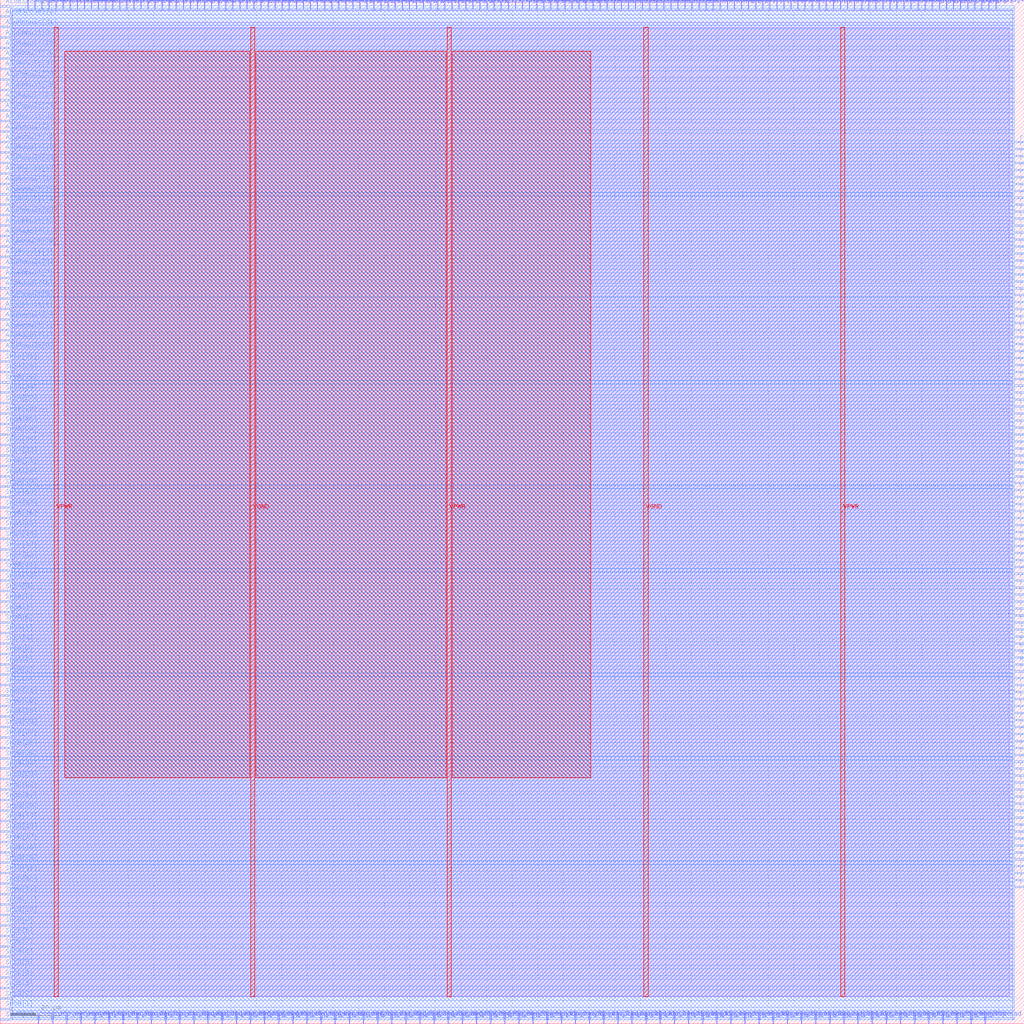
<source format=lef>
VERSION 5.7 ;
  NOWIREEXTENSIONATPIN ON ;
  DIVIDERCHAR "/" ;
  BUSBITCHARS "[]" ;
MACRO datapath
  CLASS BLOCK ;
  FOREIGN datapath ;
  ORIGIN 0.000 0.000 ;
  SIZE 400.000 BY 400.000 ;
  PIN ALUASrcSel
    DIRECTION INPUT ;
    USE SIGNAL ;
    ANTENNAGATEAREA 0.196500 ;
    PORT
      LAYER met3 ;
        RECT 396.000 142.840 400.000 143.440 ;
    END
  END ALUASrcSel
  PIN ALUBSrcSel[0]
    DIRECTION INPUT ;
    USE SIGNAL ;
    ANTENNAGATEAREA 0.196500 ;
    PORT
      LAYER met3 ;
        RECT 0.000 393.080 4.000 393.680 ;
    END
  END ALUBSrcSel[0]
  PIN ALUBSrcSel[1]
    DIRECTION INPUT ;
    USE SIGNAL ;
    ANTENNAGATEAREA 0.196500 ;
    PORT
      LAYER met3 ;
        RECT 0.000 397.160 4.000 397.760 ;
    END
  END ALUBSrcSel[1]
  PIN AluResult[0]
    DIRECTION INPUT ;
    USE SIGNAL ;
    ANTENNAGATEAREA 0.196500 ;
    PORT
      LAYER met3 ;
        RECT 0.000 262.520 4.000 263.120 ;
    END
  END AluResult[0]
  PIN AluResult[10]
    DIRECTION INPUT ;
    USE SIGNAL ;
    ANTENNAGATEAREA 0.196500 ;
    PORT
      LAYER met3 ;
        RECT 0.000 303.320 4.000 303.920 ;
    END
  END AluResult[10]
  PIN AluResult[11]
    DIRECTION INPUT ;
    USE SIGNAL ;
    ANTENNAGATEAREA 0.196500 ;
    PORT
      LAYER met3 ;
        RECT 0.000 307.400 4.000 308.000 ;
    END
  END AluResult[11]
  PIN AluResult[12]
    DIRECTION INPUT ;
    USE SIGNAL ;
    ANTENNAGATEAREA 0.196500 ;
    PORT
      LAYER met3 ;
        RECT 0.000 311.480 4.000 312.080 ;
    END
  END AluResult[12]
  PIN AluResult[13]
    DIRECTION INPUT ;
    USE SIGNAL ;
    ANTENNAGATEAREA 0.196500 ;
    PORT
      LAYER met3 ;
        RECT 0.000 315.560 4.000 316.160 ;
    END
  END AluResult[13]
  PIN AluResult[14]
    DIRECTION INPUT ;
    USE SIGNAL ;
    ANTENNAGATEAREA 0.196500 ;
    PORT
      LAYER met3 ;
        RECT 0.000 319.640 4.000 320.240 ;
    END
  END AluResult[14]
  PIN AluResult[15]
    DIRECTION INPUT ;
    USE SIGNAL ;
    ANTENNAGATEAREA 0.196500 ;
    PORT
      LAYER met3 ;
        RECT 0.000 323.720 4.000 324.320 ;
    END
  END AluResult[15]
  PIN AluResult[16]
    DIRECTION INPUT ;
    USE SIGNAL ;
    ANTENNAGATEAREA 0.196500 ;
    PORT
      LAYER met3 ;
        RECT 0.000 327.800 4.000 328.400 ;
    END
  END AluResult[16]
  PIN AluResult[17]
    DIRECTION INPUT ;
    USE SIGNAL ;
    ANTENNAGATEAREA 0.196500 ;
    PORT
      LAYER met3 ;
        RECT 0.000 331.880 4.000 332.480 ;
    END
  END AluResult[17]
  PIN AluResult[18]
    DIRECTION INPUT ;
    USE SIGNAL ;
    ANTENNAGATEAREA 0.196500 ;
    PORT
      LAYER met3 ;
        RECT 0.000 335.960 4.000 336.560 ;
    END
  END AluResult[18]
  PIN AluResult[19]
    DIRECTION INPUT ;
    USE SIGNAL ;
    ANTENNAGATEAREA 0.196500 ;
    PORT
      LAYER met3 ;
        RECT 0.000 340.040 4.000 340.640 ;
    END
  END AluResult[19]
  PIN AluResult[1]
    DIRECTION INPUT ;
    USE SIGNAL ;
    ANTENNAGATEAREA 0.196500 ;
    PORT
      LAYER met3 ;
        RECT 0.000 266.600 4.000 267.200 ;
    END
  END AluResult[1]
  PIN AluResult[20]
    DIRECTION INPUT ;
    USE SIGNAL ;
    ANTENNAGATEAREA 0.196500 ;
    PORT
      LAYER met3 ;
        RECT 0.000 344.120 4.000 344.720 ;
    END
  END AluResult[20]
  PIN AluResult[21]
    DIRECTION INPUT ;
    USE SIGNAL ;
    ANTENNAGATEAREA 0.196500 ;
    PORT
      LAYER met3 ;
        RECT 0.000 348.200 4.000 348.800 ;
    END
  END AluResult[21]
  PIN AluResult[22]
    DIRECTION INPUT ;
    USE SIGNAL ;
    ANTENNAGATEAREA 0.196500 ;
    PORT
      LAYER met3 ;
        RECT 0.000 352.280 4.000 352.880 ;
    END
  END AluResult[22]
  PIN AluResult[23]
    DIRECTION INPUT ;
    USE SIGNAL ;
    ANTENNAGATEAREA 0.196500 ;
    PORT
      LAYER met3 ;
        RECT 0.000 356.360 4.000 356.960 ;
    END
  END AluResult[23]
  PIN AluResult[24]
    DIRECTION INPUT ;
    USE SIGNAL ;
    ANTENNAGATEAREA 0.196500 ;
    PORT
      LAYER met3 ;
        RECT 0.000 360.440 4.000 361.040 ;
    END
  END AluResult[24]
  PIN AluResult[25]
    DIRECTION INPUT ;
    USE SIGNAL ;
    ANTENNAGATEAREA 0.196500 ;
    PORT
      LAYER met3 ;
        RECT 0.000 364.520 4.000 365.120 ;
    END
  END AluResult[25]
  PIN AluResult[26]
    DIRECTION INPUT ;
    USE SIGNAL ;
    ANTENNAGATEAREA 0.196500 ;
    PORT
      LAYER met3 ;
        RECT 0.000 368.600 4.000 369.200 ;
    END
  END AluResult[26]
  PIN AluResult[27]
    DIRECTION INPUT ;
    USE SIGNAL ;
    ANTENNAGATEAREA 0.196500 ;
    PORT
      LAYER met3 ;
        RECT 0.000 372.680 4.000 373.280 ;
    END
  END AluResult[27]
  PIN AluResult[28]
    DIRECTION INPUT ;
    USE SIGNAL ;
    ANTENNAGATEAREA 0.196500 ;
    PORT
      LAYER met3 ;
        RECT 0.000 376.760 4.000 377.360 ;
    END
  END AluResult[28]
  PIN AluResult[29]
    DIRECTION INPUT ;
    USE SIGNAL ;
    ANTENNAGATEAREA 0.196500 ;
    PORT
      LAYER met3 ;
        RECT 0.000 380.840 4.000 381.440 ;
    END
  END AluResult[29]
  PIN AluResult[2]
    DIRECTION INPUT ;
    USE SIGNAL ;
    ANTENNAGATEAREA 0.196500 ;
    PORT
      LAYER met3 ;
        RECT 0.000 270.680 4.000 271.280 ;
    END
  END AluResult[2]
  PIN AluResult[30]
    DIRECTION INPUT ;
    USE SIGNAL ;
    ANTENNAGATEAREA 0.196500 ;
    PORT
      LAYER met3 ;
        RECT 0.000 384.920 4.000 385.520 ;
    END
  END AluResult[30]
  PIN AluResult[31]
    DIRECTION INPUT ;
    USE SIGNAL ;
    ANTENNAGATEAREA 0.196500 ;
    PORT
      LAYER met3 ;
        RECT 0.000 389.000 4.000 389.600 ;
    END
  END AluResult[31]
  PIN AluResult[3]
    DIRECTION INPUT ;
    USE SIGNAL ;
    ANTENNAGATEAREA 0.196500 ;
    PORT
      LAYER met3 ;
        RECT 0.000 274.760 4.000 275.360 ;
    END
  END AluResult[3]
  PIN AluResult[4]
    DIRECTION INPUT ;
    USE SIGNAL ;
    ANTENNAGATEAREA 0.196500 ;
    PORT
      LAYER met3 ;
        RECT 0.000 278.840 4.000 279.440 ;
    END
  END AluResult[4]
  PIN AluResult[5]
    DIRECTION INPUT ;
    USE SIGNAL ;
    ANTENNAGATEAREA 0.196500 ;
    PORT
      LAYER met3 ;
        RECT 0.000 282.920 4.000 283.520 ;
    END
  END AluResult[5]
  PIN AluResult[6]
    DIRECTION INPUT ;
    USE SIGNAL ;
    ANTENNAGATEAREA 0.196500 ;
    PORT
      LAYER met3 ;
        RECT 0.000 287.000 4.000 287.600 ;
    END
  END AluResult[6]
  PIN AluResult[7]
    DIRECTION INPUT ;
    USE SIGNAL ;
    ANTENNAGATEAREA 0.196500 ;
    PORT
      LAYER met3 ;
        RECT 0.000 291.080 4.000 291.680 ;
    END
  END AluResult[7]
  PIN AluResult[8]
    DIRECTION INPUT ;
    USE SIGNAL ;
    ANTENNAGATEAREA 0.196500 ;
    PORT
      LAYER met3 ;
        RECT 0.000 295.160 4.000 295.760 ;
    END
  END AluResult[8]
  PIN AluResult[9]
    DIRECTION INPUT ;
    USE SIGNAL ;
    ANTENNAGATEAREA 0.196500 ;
    PORT
      LAYER met3 ;
        RECT 0.000 299.240 4.000 299.840 ;
    END
  END AluResult[9]
  PIN IRWriteEn
    DIRECTION INPUT ;
    USE SIGNAL ;
    ANTENNAGATEAREA 0.196500 ;
    PORT
      LAYER met3 ;
        RECT 396.000 153.720 400.000 154.320 ;
    END
  END IRWriteEn
  PIN IorDSel
    DIRECTION INPUT ;
    USE SIGNAL ;
    ANTENNAGATEAREA 0.196500 ;
    PORT
      LAYER met3 ;
        RECT 396.000 151.000 400.000 151.600 ;
    END
  END IorDSel
  PIN MemtoRegSel
    DIRECTION INPUT ;
    USE SIGNAL ;
    ANTENNAGATEAREA 0.196500 ;
    PORT
      LAYER met3 ;
        RECT 396.000 140.120 400.000 140.720 ;
    END
  END MemtoRegSel
  PIN PCEn
    DIRECTION INPUT ;
    USE SIGNAL ;
    ANTENNAGATEAREA 0.196500 ;
    PORT
      LAYER met3 ;
        RECT 396.000 156.440 400.000 157.040 ;
    END
  END PCEn
  PIN PCSrcSel
    DIRECTION INPUT ;
    USE SIGNAL ;
    ANTENNAGATEAREA 0.196500 ;
    PORT
      LAYER met3 ;
        RECT 396.000 148.280 400.000 148.880 ;
    END
  END PCSrcSel
  PIN RegDstSel
    DIRECTION INPUT ;
    USE SIGNAL ;
    ANTENNAGATEAREA 0.196500 ;
    PORT
      LAYER met3 ;
        RECT 396.000 145.560 400.000 146.160 ;
    END
  END RegDstSel
  PIN SrcA[0]
    DIRECTION OUTPUT TRISTATE ;
    USE SIGNAL ;
    ANTENNADIFFAREA 0.795200 ;
    PORT
      LAYER met3 ;
        RECT 0.000 131.960 4.000 132.560 ;
    END
  END SrcA[0]
  PIN SrcA[10]
    DIRECTION OUTPUT TRISTATE ;
    USE SIGNAL ;
    ANTENNADIFFAREA 0.795200 ;
    PORT
      LAYER met3 ;
        RECT 0.000 172.760 4.000 173.360 ;
    END
  END SrcA[10]
  PIN SrcA[11]
    DIRECTION OUTPUT TRISTATE ;
    USE SIGNAL ;
    ANTENNADIFFAREA 0.795200 ;
    PORT
      LAYER met3 ;
        RECT 0.000 176.840 4.000 177.440 ;
    END
  END SrcA[11]
  PIN SrcA[12]
    DIRECTION OUTPUT TRISTATE ;
    USE SIGNAL ;
    ANTENNADIFFAREA 0.795200 ;
    PORT
      LAYER met3 ;
        RECT 0.000 180.920 4.000 181.520 ;
    END
  END SrcA[12]
  PIN SrcA[13]
    DIRECTION OUTPUT TRISTATE ;
    USE SIGNAL ;
    ANTENNADIFFAREA 0.795200 ;
    PORT
      LAYER met3 ;
        RECT 0.000 185.000 4.000 185.600 ;
    END
  END SrcA[13]
  PIN SrcA[14]
    DIRECTION OUTPUT TRISTATE ;
    USE SIGNAL ;
    ANTENNADIFFAREA 0.795200 ;
    PORT
      LAYER met3 ;
        RECT 0.000 189.080 4.000 189.680 ;
    END
  END SrcA[14]
  PIN SrcA[15]
    DIRECTION OUTPUT TRISTATE ;
    USE SIGNAL ;
    ANTENNADIFFAREA 0.795200 ;
    PORT
      LAYER met3 ;
        RECT 0.000 193.160 4.000 193.760 ;
    END
  END SrcA[15]
  PIN SrcA[16]
    DIRECTION OUTPUT TRISTATE ;
    USE SIGNAL ;
    ANTENNADIFFAREA 0.795200 ;
    PORT
      LAYER met3 ;
        RECT 0.000 197.240 4.000 197.840 ;
    END
  END SrcA[16]
  PIN SrcA[17]
    DIRECTION OUTPUT TRISTATE ;
    USE SIGNAL ;
    ANTENNADIFFAREA 0.795200 ;
    PORT
      LAYER met3 ;
        RECT 0.000 201.320 4.000 201.920 ;
    END
  END SrcA[17]
  PIN SrcA[18]
    DIRECTION OUTPUT TRISTATE ;
    USE SIGNAL ;
    ANTENNADIFFAREA 0.795200 ;
    PORT
      LAYER met3 ;
        RECT 0.000 205.400 4.000 206.000 ;
    END
  END SrcA[18]
  PIN SrcA[19]
    DIRECTION OUTPUT TRISTATE ;
    USE SIGNAL ;
    ANTENNADIFFAREA 0.795200 ;
    PORT
      LAYER met3 ;
        RECT 0.000 209.480 4.000 210.080 ;
    END
  END SrcA[19]
  PIN SrcA[1]
    DIRECTION OUTPUT TRISTATE ;
    USE SIGNAL ;
    ANTENNADIFFAREA 0.795200 ;
    PORT
      LAYER met3 ;
        RECT 0.000 136.040 4.000 136.640 ;
    END
  END SrcA[1]
  PIN SrcA[20]
    DIRECTION OUTPUT TRISTATE ;
    USE SIGNAL ;
    ANTENNADIFFAREA 0.795200 ;
    PORT
      LAYER met3 ;
        RECT 0.000 213.560 4.000 214.160 ;
    END
  END SrcA[20]
  PIN SrcA[21]
    DIRECTION OUTPUT TRISTATE ;
    USE SIGNAL ;
    ANTENNADIFFAREA 0.795200 ;
    PORT
      LAYER met3 ;
        RECT 0.000 217.640 4.000 218.240 ;
    END
  END SrcA[21]
  PIN SrcA[22]
    DIRECTION OUTPUT TRISTATE ;
    USE SIGNAL ;
    ANTENNADIFFAREA 0.795200 ;
    PORT
      LAYER met3 ;
        RECT 0.000 221.720 4.000 222.320 ;
    END
  END SrcA[22]
  PIN SrcA[23]
    DIRECTION OUTPUT TRISTATE ;
    USE SIGNAL ;
    ANTENNADIFFAREA 0.795200 ;
    PORT
      LAYER met3 ;
        RECT 0.000 225.800 4.000 226.400 ;
    END
  END SrcA[23]
  PIN SrcA[24]
    DIRECTION OUTPUT TRISTATE ;
    USE SIGNAL ;
    ANTENNADIFFAREA 0.795200 ;
    PORT
      LAYER met3 ;
        RECT 0.000 229.880 4.000 230.480 ;
    END
  END SrcA[24]
  PIN SrcA[25]
    DIRECTION OUTPUT TRISTATE ;
    USE SIGNAL ;
    ANTENNADIFFAREA 0.795200 ;
    PORT
      LAYER met3 ;
        RECT 0.000 233.960 4.000 234.560 ;
    END
  END SrcA[25]
  PIN SrcA[26]
    DIRECTION OUTPUT TRISTATE ;
    USE SIGNAL ;
    ANTENNADIFFAREA 0.795200 ;
    PORT
      LAYER met3 ;
        RECT 0.000 238.040 4.000 238.640 ;
    END
  END SrcA[26]
  PIN SrcA[27]
    DIRECTION OUTPUT TRISTATE ;
    USE SIGNAL ;
    ANTENNADIFFAREA 0.795200 ;
    PORT
      LAYER met3 ;
        RECT 0.000 242.120 4.000 242.720 ;
    END
  END SrcA[27]
  PIN SrcA[28]
    DIRECTION OUTPUT TRISTATE ;
    USE SIGNAL ;
    ANTENNADIFFAREA 0.795200 ;
    PORT
      LAYER met3 ;
        RECT 0.000 246.200 4.000 246.800 ;
    END
  END SrcA[28]
  PIN SrcA[29]
    DIRECTION OUTPUT TRISTATE ;
    USE SIGNAL ;
    ANTENNADIFFAREA 0.795200 ;
    PORT
      LAYER met3 ;
        RECT 0.000 250.280 4.000 250.880 ;
    END
  END SrcA[29]
  PIN SrcA[2]
    DIRECTION OUTPUT TRISTATE ;
    USE SIGNAL ;
    ANTENNADIFFAREA 0.795200 ;
    PORT
      LAYER met3 ;
        RECT 0.000 140.120 4.000 140.720 ;
    END
  END SrcA[2]
  PIN SrcA[30]
    DIRECTION OUTPUT TRISTATE ;
    USE SIGNAL ;
    ANTENNADIFFAREA 0.795200 ;
    PORT
      LAYER met3 ;
        RECT 0.000 254.360 4.000 254.960 ;
    END
  END SrcA[30]
  PIN SrcA[31]
    DIRECTION OUTPUT TRISTATE ;
    USE SIGNAL ;
    ANTENNADIFFAREA 0.795200 ;
    PORT
      LAYER met3 ;
        RECT 0.000 258.440 4.000 259.040 ;
    END
  END SrcA[31]
  PIN SrcA[3]
    DIRECTION OUTPUT TRISTATE ;
    USE SIGNAL ;
    ANTENNADIFFAREA 0.795200 ;
    PORT
      LAYER met3 ;
        RECT 0.000 144.200 4.000 144.800 ;
    END
  END SrcA[3]
  PIN SrcA[4]
    DIRECTION OUTPUT TRISTATE ;
    USE SIGNAL ;
    ANTENNADIFFAREA 0.795200 ;
    PORT
      LAYER met3 ;
        RECT 0.000 148.280 4.000 148.880 ;
    END
  END SrcA[4]
  PIN SrcA[5]
    DIRECTION OUTPUT TRISTATE ;
    USE SIGNAL ;
    ANTENNADIFFAREA 0.795200 ;
    PORT
      LAYER met3 ;
        RECT 0.000 152.360 4.000 152.960 ;
    END
  END SrcA[5]
  PIN SrcA[6]
    DIRECTION OUTPUT TRISTATE ;
    USE SIGNAL ;
    ANTENNADIFFAREA 0.795200 ;
    PORT
      LAYER met3 ;
        RECT 0.000 156.440 4.000 157.040 ;
    END
  END SrcA[6]
  PIN SrcA[7]
    DIRECTION OUTPUT TRISTATE ;
    USE SIGNAL ;
    ANTENNADIFFAREA 0.795200 ;
    PORT
      LAYER met3 ;
        RECT 0.000 160.520 4.000 161.120 ;
    END
  END SrcA[7]
  PIN SrcA[8]
    DIRECTION OUTPUT TRISTATE ;
    USE SIGNAL ;
    ANTENNADIFFAREA 0.795200 ;
    PORT
      LAYER met3 ;
        RECT 0.000 164.600 4.000 165.200 ;
    END
  END SrcA[8]
  PIN SrcA[9]
    DIRECTION OUTPUT TRISTATE ;
    USE SIGNAL ;
    ANTENNADIFFAREA 0.795200 ;
    PORT
      LAYER met3 ;
        RECT 0.000 168.680 4.000 169.280 ;
    END
  END SrcA[9]
  PIN SrcB[0]
    DIRECTION OUTPUT TRISTATE ;
    USE SIGNAL ;
    ANTENNADIFFAREA 0.795200 ;
    PORT
      LAYER met3 ;
        RECT 0.000 1.400 4.000 2.000 ;
    END
  END SrcB[0]
  PIN SrcB[10]
    DIRECTION OUTPUT TRISTATE ;
    USE SIGNAL ;
    ANTENNADIFFAREA 0.795200 ;
    PORT
      LAYER met3 ;
        RECT 0.000 42.200 4.000 42.800 ;
    END
  END SrcB[10]
  PIN SrcB[11]
    DIRECTION OUTPUT TRISTATE ;
    USE SIGNAL ;
    ANTENNADIFFAREA 0.795200 ;
    PORT
      LAYER met3 ;
        RECT 0.000 46.280 4.000 46.880 ;
    END
  END SrcB[11]
  PIN SrcB[12]
    DIRECTION OUTPUT TRISTATE ;
    USE SIGNAL ;
    ANTENNADIFFAREA 0.795200 ;
    PORT
      LAYER met3 ;
        RECT 0.000 50.360 4.000 50.960 ;
    END
  END SrcB[12]
  PIN SrcB[13]
    DIRECTION OUTPUT TRISTATE ;
    USE SIGNAL ;
    ANTENNADIFFAREA 0.795200 ;
    PORT
      LAYER met3 ;
        RECT 0.000 54.440 4.000 55.040 ;
    END
  END SrcB[13]
  PIN SrcB[14]
    DIRECTION OUTPUT TRISTATE ;
    USE SIGNAL ;
    ANTENNADIFFAREA 0.795200 ;
    PORT
      LAYER met3 ;
        RECT 0.000 58.520 4.000 59.120 ;
    END
  END SrcB[14]
  PIN SrcB[15]
    DIRECTION OUTPUT TRISTATE ;
    USE SIGNAL ;
    ANTENNADIFFAREA 0.795200 ;
    PORT
      LAYER met3 ;
        RECT 0.000 62.600 4.000 63.200 ;
    END
  END SrcB[15]
  PIN SrcB[16]
    DIRECTION OUTPUT TRISTATE ;
    USE SIGNAL ;
    ANTENNADIFFAREA 0.795200 ;
    PORT
      LAYER met3 ;
        RECT 0.000 66.680 4.000 67.280 ;
    END
  END SrcB[16]
  PIN SrcB[17]
    DIRECTION OUTPUT TRISTATE ;
    USE SIGNAL ;
    ANTENNADIFFAREA 0.795200 ;
    PORT
      LAYER met3 ;
        RECT 0.000 70.760 4.000 71.360 ;
    END
  END SrcB[17]
  PIN SrcB[18]
    DIRECTION OUTPUT TRISTATE ;
    USE SIGNAL ;
    ANTENNADIFFAREA 0.795200 ;
    PORT
      LAYER met3 ;
        RECT 0.000 74.840 4.000 75.440 ;
    END
  END SrcB[18]
  PIN SrcB[19]
    DIRECTION OUTPUT TRISTATE ;
    USE SIGNAL ;
    ANTENNADIFFAREA 0.795200 ;
    PORT
      LAYER met3 ;
        RECT 0.000 78.920 4.000 79.520 ;
    END
  END SrcB[19]
  PIN SrcB[1]
    DIRECTION OUTPUT TRISTATE ;
    USE SIGNAL ;
    ANTENNADIFFAREA 0.795200 ;
    PORT
      LAYER met3 ;
        RECT 0.000 5.480 4.000 6.080 ;
    END
  END SrcB[1]
  PIN SrcB[20]
    DIRECTION OUTPUT TRISTATE ;
    USE SIGNAL ;
    ANTENNADIFFAREA 0.795200 ;
    PORT
      LAYER met3 ;
        RECT 0.000 83.000 4.000 83.600 ;
    END
  END SrcB[20]
  PIN SrcB[21]
    DIRECTION OUTPUT TRISTATE ;
    USE SIGNAL ;
    ANTENNADIFFAREA 0.795200 ;
    PORT
      LAYER met3 ;
        RECT 0.000 87.080 4.000 87.680 ;
    END
  END SrcB[21]
  PIN SrcB[22]
    DIRECTION OUTPUT TRISTATE ;
    USE SIGNAL ;
    ANTENNADIFFAREA 0.795200 ;
    PORT
      LAYER met3 ;
        RECT 0.000 91.160 4.000 91.760 ;
    END
  END SrcB[22]
  PIN SrcB[23]
    DIRECTION OUTPUT TRISTATE ;
    USE SIGNAL ;
    ANTENNADIFFAREA 0.795200 ;
    PORT
      LAYER met3 ;
        RECT 0.000 95.240 4.000 95.840 ;
    END
  END SrcB[23]
  PIN SrcB[24]
    DIRECTION OUTPUT TRISTATE ;
    USE SIGNAL ;
    ANTENNADIFFAREA 0.795200 ;
    PORT
      LAYER met3 ;
        RECT 0.000 99.320 4.000 99.920 ;
    END
  END SrcB[24]
  PIN SrcB[25]
    DIRECTION OUTPUT TRISTATE ;
    USE SIGNAL ;
    ANTENNADIFFAREA 0.795200 ;
    PORT
      LAYER met3 ;
        RECT 0.000 103.400 4.000 104.000 ;
    END
  END SrcB[25]
  PIN SrcB[26]
    DIRECTION OUTPUT TRISTATE ;
    USE SIGNAL ;
    ANTENNADIFFAREA 0.795200 ;
    PORT
      LAYER met3 ;
        RECT 0.000 107.480 4.000 108.080 ;
    END
  END SrcB[26]
  PIN SrcB[27]
    DIRECTION OUTPUT TRISTATE ;
    USE SIGNAL ;
    ANTENNADIFFAREA 0.795200 ;
    PORT
      LAYER met3 ;
        RECT 0.000 111.560 4.000 112.160 ;
    END
  END SrcB[27]
  PIN SrcB[28]
    DIRECTION OUTPUT TRISTATE ;
    USE SIGNAL ;
    ANTENNADIFFAREA 0.795200 ;
    PORT
      LAYER met3 ;
        RECT 0.000 115.640 4.000 116.240 ;
    END
  END SrcB[28]
  PIN SrcB[29]
    DIRECTION OUTPUT TRISTATE ;
    USE SIGNAL ;
    ANTENNADIFFAREA 0.795200 ;
    PORT
      LAYER met3 ;
        RECT 0.000 119.720 4.000 120.320 ;
    END
  END SrcB[29]
  PIN SrcB[2]
    DIRECTION OUTPUT TRISTATE ;
    USE SIGNAL ;
    ANTENNADIFFAREA 0.795200 ;
    PORT
      LAYER met3 ;
        RECT 0.000 9.560 4.000 10.160 ;
    END
  END SrcB[2]
  PIN SrcB[30]
    DIRECTION OUTPUT TRISTATE ;
    USE SIGNAL ;
    ANTENNADIFFAREA 0.795200 ;
    PORT
      LAYER met3 ;
        RECT 0.000 123.800 4.000 124.400 ;
    END
  END SrcB[30]
  PIN SrcB[31]
    DIRECTION OUTPUT TRISTATE ;
    USE SIGNAL ;
    ANTENNADIFFAREA 0.795200 ;
    PORT
      LAYER met3 ;
        RECT 0.000 127.880 4.000 128.480 ;
    END
  END SrcB[31]
  PIN SrcB[3]
    DIRECTION OUTPUT TRISTATE ;
    USE SIGNAL ;
    ANTENNADIFFAREA 0.795200 ;
    PORT
      LAYER met3 ;
        RECT 0.000 13.640 4.000 14.240 ;
    END
  END SrcB[3]
  PIN SrcB[4]
    DIRECTION OUTPUT TRISTATE ;
    USE SIGNAL ;
    ANTENNADIFFAREA 0.795200 ;
    PORT
      LAYER met3 ;
        RECT 0.000 17.720 4.000 18.320 ;
    END
  END SrcB[4]
  PIN SrcB[5]
    DIRECTION OUTPUT TRISTATE ;
    USE SIGNAL ;
    ANTENNADIFFAREA 0.795200 ;
    PORT
      LAYER met3 ;
        RECT 0.000 21.800 4.000 22.400 ;
    END
  END SrcB[5]
  PIN SrcB[6]
    DIRECTION OUTPUT TRISTATE ;
    USE SIGNAL ;
    ANTENNADIFFAREA 0.795200 ;
    PORT
      LAYER met3 ;
        RECT 0.000 25.880 4.000 26.480 ;
    END
  END SrcB[6]
  PIN SrcB[7]
    DIRECTION OUTPUT TRISTATE ;
    USE SIGNAL ;
    ANTENNADIFFAREA 0.795200 ;
    PORT
      LAYER met3 ;
        RECT 0.000 29.960 4.000 30.560 ;
    END
  END SrcB[7]
  PIN SrcB[8]
    DIRECTION OUTPUT TRISTATE ;
    USE SIGNAL ;
    ANTENNADIFFAREA 0.795200 ;
    PORT
      LAYER met3 ;
        RECT 0.000 34.040 4.000 34.640 ;
    END
  END SrcB[8]
  PIN SrcB[9]
    DIRECTION OUTPUT TRISTATE ;
    USE SIGNAL ;
    ANTENNADIFFAREA 0.795200 ;
    PORT
      LAYER met3 ;
        RECT 0.000 38.120 4.000 38.720 ;
    END
  END SrcB[9]
  PIN VGND
    DIRECTION INOUT ;
    USE GROUND ;
    PORT
      LAYER met4 ;
        RECT 97.840 10.640 99.440 389.200 ;
    END
    PORT
      LAYER met4 ;
        RECT 251.440 10.640 253.040 389.200 ;
    END
  END VGND
  PIN VPWR
    DIRECTION INOUT ;
    USE POWER ;
    PORT
      LAYER met4 ;
        RECT 21.040 10.640 22.640 389.200 ;
    END
    PORT
      LAYER met4 ;
        RECT 174.640 10.640 176.240 389.200 ;
    END
    PORT
      LAYER met4 ;
        RECT 328.240 10.640 329.840 389.200 ;
    END
  END VPWR
  PIN addr_mem[0]
    DIRECTION OUTPUT TRISTATE ;
    USE SIGNAL ;
    ANTENNADIFFAREA 0.795200 ;
    PORT
      LAYER met2 ;
        RECT 98.990 396.000 99.270 400.000 ;
    END
  END addr_mem[0]
  PIN addr_mem[10]
    DIRECTION OUTPUT TRISTATE ;
    USE SIGNAL ;
    ANTENNADIFFAREA 0.795200 ;
    PORT
      LAYER met2 ;
        RECT 126.590 396.000 126.870 400.000 ;
    END
  END addr_mem[10]
  PIN addr_mem[11]
    DIRECTION OUTPUT TRISTATE ;
    USE SIGNAL ;
    ANTENNADIFFAREA 0.795200 ;
    PORT
      LAYER met2 ;
        RECT 129.350 396.000 129.630 400.000 ;
    END
  END addr_mem[11]
  PIN addr_mem[12]
    DIRECTION OUTPUT TRISTATE ;
    USE SIGNAL ;
    ANTENNADIFFAREA 0.795200 ;
    PORT
      LAYER met2 ;
        RECT 132.110 396.000 132.390 400.000 ;
    END
  END addr_mem[12]
  PIN addr_mem[13]
    DIRECTION OUTPUT TRISTATE ;
    USE SIGNAL ;
    ANTENNADIFFAREA 0.795200 ;
    PORT
      LAYER met2 ;
        RECT 134.870 396.000 135.150 400.000 ;
    END
  END addr_mem[13]
  PIN addr_mem[14]
    DIRECTION OUTPUT TRISTATE ;
    USE SIGNAL ;
    ANTENNADIFFAREA 0.795200 ;
    PORT
      LAYER met2 ;
        RECT 137.630 396.000 137.910 400.000 ;
    END
  END addr_mem[14]
  PIN addr_mem[15]
    DIRECTION OUTPUT TRISTATE ;
    USE SIGNAL ;
    ANTENNADIFFAREA 0.795200 ;
    PORT
      LAYER met2 ;
        RECT 140.390 396.000 140.670 400.000 ;
    END
  END addr_mem[15]
  PIN addr_mem[16]
    DIRECTION OUTPUT TRISTATE ;
    USE SIGNAL ;
    ANTENNADIFFAREA 0.795200 ;
    PORT
      LAYER met2 ;
        RECT 143.150 396.000 143.430 400.000 ;
    END
  END addr_mem[16]
  PIN addr_mem[17]
    DIRECTION OUTPUT TRISTATE ;
    USE SIGNAL ;
    ANTENNADIFFAREA 0.795200 ;
    PORT
      LAYER met2 ;
        RECT 145.910 396.000 146.190 400.000 ;
    END
  END addr_mem[17]
  PIN addr_mem[18]
    DIRECTION OUTPUT TRISTATE ;
    USE SIGNAL ;
    ANTENNADIFFAREA 0.795200 ;
    PORT
      LAYER met2 ;
        RECT 148.670 396.000 148.950 400.000 ;
    END
  END addr_mem[18]
  PIN addr_mem[19]
    DIRECTION OUTPUT TRISTATE ;
    USE SIGNAL ;
    ANTENNADIFFAREA 0.795200 ;
    PORT
      LAYER met2 ;
        RECT 151.430 396.000 151.710 400.000 ;
    END
  END addr_mem[19]
  PIN addr_mem[1]
    DIRECTION OUTPUT TRISTATE ;
    USE SIGNAL ;
    ANTENNADIFFAREA 0.795200 ;
    PORT
      LAYER met2 ;
        RECT 101.750 396.000 102.030 400.000 ;
    END
  END addr_mem[1]
  PIN addr_mem[20]
    DIRECTION OUTPUT TRISTATE ;
    USE SIGNAL ;
    ANTENNADIFFAREA 0.795200 ;
    PORT
      LAYER met2 ;
        RECT 154.190 396.000 154.470 400.000 ;
    END
  END addr_mem[20]
  PIN addr_mem[21]
    DIRECTION OUTPUT TRISTATE ;
    USE SIGNAL ;
    ANTENNADIFFAREA 0.795200 ;
    PORT
      LAYER met2 ;
        RECT 156.950 396.000 157.230 400.000 ;
    END
  END addr_mem[21]
  PIN addr_mem[22]
    DIRECTION OUTPUT TRISTATE ;
    USE SIGNAL ;
    ANTENNADIFFAREA 0.795200 ;
    PORT
      LAYER met2 ;
        RECT 159.710 396.000 159.990 400.000 ;
    END
  END addr_mem[22]
  PIN addr_mem[23]
    DIRECTION OUTPUT TRISTATE ;
    USE SIGNAL ;
    ANTENNADIFFAREA 0.445500 ;
    PORT
      LAYER met2 ;
        RECT 162.470 396.000 162.750 400.000 ;
    END
  END addr_mem[23]
  PIN addr_mem[24]
    DIRECTION OUTPUT TRISTATE ;
    USE SIGNAL ;
    ANTENNADIFFAREA 0.795200 ;
    PORT
      LAYER met2 ;
        RECT 165.230 396.000 165.510 400.000 ;
    END
  END addr_mem[24]
  PIN addr_mem[25]
    DIRECTION OUTPUT TRISTATE ;
    USE SIGNAL ;
    ANTENNADIFFAREA 0.795200 ;
    PORT
      LAYER met2 ;
        RECT 167.990 396.000 168.270 400.000 ;
    END
  END addr_mem[25]
  PIN addr_mem[26]
    DIRECTION OUTPUT TRISTATE ;
    USE SIGNAL ;
    ANTENNADIFFAREA 0.795200 ;
    PORT
      LAYER met2 ;
        RECT 170.750 396.000 171.030 400.000 ;
    END
  END addr_mem[26]
  PIN addr_mem[27]
    DIRECTION OUTPUT TRISTATE ;
    USE SIGNAL ;
    ANTENNADIFFAREA 0.795200 ;
    PORT
      LAYER met2 ;
        RECT 173.510 396.000 173.790 400.000 ;
    END
  END addr_mem[27]
  PIN addr_mem[28]
    DIRECTION OUTPUT TRISTATE ;
    USE SIGNAL ;
    ANTENNADIFFAREA 0.445500 ;
    PORT
      LAYER met2 ;
        RECT 176.270 396.000 176.550 400.000 ;
    END
  END addr_mem[28]
  PIN addr_mem[29]
    DIRECTION OUTPUT TRISTATE ;
    USE SIGNAL ;
    ANTENNADIFFAREA 0.795200 ;
    PORT
      LAYER met2 ;
        RECT 179.030 396.000 179.310 400.000 ;
    END
  END addr_mem[29]
  PIN addr_mem[2]
    DIRECTION OUTPUT TRISTATE ;
    USE SIGNAL ;
    ANTENNADIFFAREA 0.795200 ;
    PORT
      LAYER met2 ;
        RECT 104.510 396.000 104.790 400.000 ;
    END
  END addr_mem[2]
  PIN addr_mem[30]
    DIRECTION OUTPUT TRISTATE ;
    USE SIGNAL ;
    ANTENNADIFFAREA 0.795200 ;
    PORT
      LAYER met2 ;
        RECT 181.790 396.000 182.070 400.000 ;
    END
  END addr_mem[30]
  PIN addr_mem[31]
    DIRECTION OUTPUT TRISTATE ;
    USE SIGNAL ;
    ANTENNADIFFAREA 0.795200 ;
    PORT
      LAYER met2 ;
        RECT 184.550 396.000 184.830 400.000 ;
    END
  END addr_mem[31]
  PIN addr_mem[3]
    DIRECTION OUTPUT TRISTATE ;
    USE SIGNAL ;
    ANTENNADIFFAREA 0.445500 ;
    PORT
      LAYER met2 ;
        RECT 107.270 396.000 107.550 400.000 ;
    END
  END addr_mem[3]
  PIN addr_mem[4]
    DIRECTION OUTPUT TRISTATE ;
    USE SIGNAL ;
    ANTENNADIFFAREA 0.795200 ;
    PORT
      LAYER met2 ;
        RECT 110.030 396.000 110.310 400.000 ;
    END
  END addr_mem[4]
  PIN addr_mem[5]
    DIRECTION OUTPUT TRISTATE ;
    USE SIGNAL ;
    ANTENNADIFFAREA 0.795200 ;
    PORT
      LAYER met2 ;
        RECT 112.790 396.000 113.070 400.000 ;
    END
  END addr_mem[5]
  PIN addr_mem[6]
    DIRECTION OUTPUT TRISTATE ;
    USE SIGNAL ;
    ANTENNADIFFAREA 0.795200 ;
    PORT
      LAYER met2 ;
        RECT 115.550 396.000 115.830 400.000 ;
    END
  END addr_mem[6]
  PIN addr_mem[7]
    DIRECTION OUTPUT TRISTATE ;
    USE SIGNAL ;
    ANTENNADIFFAREA 0.795200 ;
    PORT
      LAYER met2 ;
        RECT 118.310 396.000 118.590 400.000 ;
    END
  END addr_mem[7]
  PIN addr_mem[8]
    DIRECTION OUTPUT TRISTATE ;
    USE SIGNAL ;
    ANTENNADIFFAREA 0.795200 ;
    PORT
      LAYER met2 ;
        RECT 121.070 396.000 121.350 400.000 ;
    END
  END addr_mem[8]
  PIN addr_mem[9]
    DIRECTION OUTPUT TRISTATE ;
    USE SIGNAL ;
    ANTENNADIFFAREA 0.795200 ;
    PORT
      LAYER met2 ;
        RECT 123.830 396.000 124.110 400.000 ;
    END
  END addr_mem[9]
  PIN clk
    DIRECTION INPUT ;
    USE SIGNAL ;
    ANTENNAGATEAREA 0.852000 ;
    PORT
      LAYER met2 ;
        RECT 379.130 0.000 379.410 4.000 ;
    END
  END clk
  PIN instruction[0]
    DIRECTION INPUT ;
    USE SIGNAL ;
    ANTENNAGATEAREA 0.196500 ;
    PORT
      LAYER met2 ;
        RECT 275.630 396.000 275.910 400.000 ;
    END
  END instruction[0]
  PIN instruction[10]
    DIRECTION INPUT ;
    USE SIGNAL ;
    ANTENNAGATEAREA 0.196500 ;
    PORT
      LAYER met2 ;
        RECT 303.230 396.000 303.510 400.000 ;
    END
  END instruction[10]
  PIN instruction[11]
    DIRECTION INPUT ;
    USE SIGNAL ;
    ANTENNAGATEAREA 0.196500 ;
    PORT
      LAYER met2 ;
        RECT 305.990 396.000 306.270 400.000 ;
    END
  END instruction[11]
  PIN instruction[12]
    DIRECTION INPUT ;
    USE SIGNAL ;
    ANTENNAGATEAREA 0.196500 ;
    PORT
      LAYER met2 ;
        RECT 308.750 396.000 309.030 400.000 ;
    END
  END instruction[12]
  PIN instruction[13]
    DIRECTION INPUT ;
    USE SIGNAL ;
    ANTENNAGATEAREA 0.196500 ;
    PORT
      LAYER met2 ;
        RECT 311.510 396.000 311.790 400.000 ;
    END
  END instruction[13]
  PIN instruction[14]
    DIRECTION INPUT ;
    USE SIGNAL ;
    ANTENNAGATEAREA 0.196500 ;
    PORT
      LAYER met2 ;
        RECT 314.270 396.000 314.550 400.000 ;
    END
  END instruction[14]
  PIN instruction[15]
    DIRECTION INPUT ;
    USE SIGNAL ;
    ANTENNAGATEAREA 0.196500 ;
    PORT
      LAYER met2 ;
        RECT 317.030 396.000 317.310 400.000 ;
    END
  END instruction[15]
  PIN instruction[16]
    DIRECTION INPUT ;
    USE SIGNAL ;
    ANTENNAGATEAREA 0.196500 ;
    PORT
      LAYER met2 ;
        RECT 319.790 396.000 320.070 400.000 ;
    END
  END instruction[16]
  PIN instruction[17]
    DIRECTION INPUT ;
    USE SIGNAL ;
    ANTENNAGATEAREA 0.196500 ;
    PORT
      LAYER met2 ;
        RECT 322.550 396.000 322.830 400.000 ;
    END
  END instruction[17]
  PIN instruction[18]
    DIRECTION INPUT ;
    USE SIGNAL ;
    ANTENNAGATEAREA 0.196500 ;
    PORT
      LAYER met2 ;
        RECT 325.310 396.000 325.590 400.000 ;
    END
  END instruction[18]
  PIN instruction[19]
    DIRECTION INPUT ;
    USE SIGNAL ;
    ANTENNAGATEAREA 0.196500 ;
    PORT
      LAYER met2 ;
        RECT 328.070 396.000 328.350 400.000 ;
    END
  END instruction[19]
  PIN instruction[1]
    DIRECTION INPUT ;
    USE SIGNAL ;
    ANTENNAGATEAREA 0.196500 ;
    PORT
      LAYER met2 ;
        RECT 278.390 396.000 278.670 400.000 ;
    END
  END instruction[1]
  PIN instruction[20]
    DIRECTION INPUT ;
    USE SIGNAL ;
    ANTENNAGATEAREA 0.196500 ;
    PORT
      LAYER met2 ;
        RECT 330.830 396.000 331.110 400.000 ;
    END
  END instruction[20]
  PIN instruction[21]
    DIRECTION INPUT ;
    USE SIGNAL ;
    ANTENNAGATEAREA 0.196500 ;
    PORT
      LAYER met2 ;
        RECT 333.590 396.000 333.870 400.000 ;
    END
  END instruction[21]
  PIN instruction[22]
    DIRECTION INPUT ;
    USE SIGNAL ;
    ANTENNAGATEAREA 0.196500 ;
    PORT
      LAYER met2 ;
        RECT 336.350 396.000 336.630 400.000 ;
    END
  END instruction[22]
  PIN instruction[23]
    DIRECTION INPUT ;
    USE SIGNAL ;
    ANTENNAGATEAREA 0.196500 ;
    PORT
      LAYER met2 ;
        RECT 339.110 396.000 339.390 400.000 ;
    END
  END instruction[23]
  PIN instruction[24]
    DIRECTION INPUT ;
    USE SIGNAL ;
    ANTENNAGATEAREA 0.196500 ;
    PORT
      LAYER met2 ;
        RECT 341.870 396.000 342.150 400.000 ;
    END
  END instruction[24]
  PIN instruction[25]
    DIRECTION INPUT ;
    USE SIGNAL ;
    ANTENNAGATEAREA 0.196500 ;
    PORT
      LAYER met2 ;
        RECT 344.630 396.000 344.910 400.000 ;
    END
  END instruction[25]
  PIN instruction[26]
    DIRECTION INPUT ;
    USE SIGNAL ;
    ANTENNAGATEAREA 0.196500 ;
    PORT
      LAYER met2 ;
        RECT 347.390 396.000 347.670 400.000 ;
    END
  END instruction[26]
  PIN instruction[27]
    DIRECTION INPUT ;
    USE SIGNAL ;
    ANTENNAGATEAREA 0.196500 ;
    PORT
      LAYER met2 ;
        RECT 350.150 396.000 350.430 400.000 ;
    END
  END instruction[27]
  PIN instruction[28]
    DIRECTION INPUT ;
    USE SIGNAL ;
    ANTENNAGATEAREA 0.196500 ;
    PORT
      LAYER met2 ;
        RECT 352.910 396.000 353.190 400.000 ;
    END
  END instruction[28]
  PIN instruction[29]
    DIRECTION INPUT ;
    USE SIGNAL ;
    ANTENNAGATEAREA 0.196500 ;
    PORT
      LAYER met2 ;
        RECT 355.670 396.000 355.950 400.000 ;
    END
  END instruction[29]
  PIN instruction[2]
    DIRECTION INPUT ;
    USE SIGNAL ;
    ANTENNAGATEAREA 0.196500 ;
    PORT
      LAYER met2 ;
        RECT 281.150 396.000 281.430 400.000 ;
    END
  END instruction[2]
  PIN instruction[30]
    DIRECTION INPUT ;
    USE SIGNAL ;
    ANTENNAGATEAREA 0.196500 ;
    PORT
      LAYER met2 ;
        RECT 358.430 396.000 358.710 400.000 ;
    END
  END instruction[30]
  PIN instruction[31]
    DIRECTION INPUT ;
    USE SIGNAL ;
    ANTENNAGATEAREA 0.196500 ;
    PORT
      LAYER met2 ;
        RECT 361.190 396.000 361.470 400.000 ;
    END
  END instruction[31]
  PIN instruction[3]
    DIRECTION INPUT ;
    USE SIGNAL ;
    ANTENNAGATEAREA 0.196500 ;
    PORT
      LAYER met2 ;
        RECT 283.910 396.000 284.190 400.000 ;
    END
  END instruction[3]
  PIN instruction[4]
    DIRECTION INPUT ;
    USE SIGNAL ;
    ANTENNAGATEAREA 0.196500 ;
    PORT
      LAYER met2 ;
        RECT 286.670 396.000 286.950 400.000 ;
    END
  END instruction[4]
  PIN instruction[5]
    DIRECTION INPUT ;
    USE SIGNAL ;
    ANTENNAGATEAREA 0.196500 ;
    PORT
      LAYER met2 ;
        RECT 289.430 396.000 289.710 400.000 ;
    END
  END instruction[5]
  PIN instruction[6]
    DIRECTION INPUT ;
    USE SIGNAL ;
    ANTENNAGATEAREA 0.196500 ;
    PORT
      LAYER met2 ;
        RECT 292.190 396.000 292.470 400.000 ;
    END
  END instruction[6]
  PIN instruction[7]
    DIRECTION INPUT ;
    USE SIGNAL ;
    ANTENNAGATEAREA 0.196500 ;
    PORT
      LAYER met2 ;
        RECT 294.950 396.000 295.230 400.000 ;
    END
  END instruction[7]
  PIN instruction[8]
    DIRECTION INPUT ;
    USE SIGNAL ;
    ANTENNAGATEAREA 0.196500 ;
    PORT
      LAYER met2 ;
        RECT 297.710 396.000 297.990 400.000 ;
    END
  END instruction[8]
  PIN instruction[9]
    DIRECTION INPUT ;
    USE SIGNAL ;
    ANTENNAGATEAREA 0.196500 ;
    PORT
      LAYER met2 ;
        RECT 300.470 396.000 300.750 400.000 ;
    END
  END instruction[9]
  PIN mem_Wdata[0]
    DIRECTION OUTPUT TRISTATE ;
    USE SIGNAL ;
    ANTENNADIFFAREA 0.445500 ;
    PORT
      LAYER met2 ;
        RECT 10.670 396.000 10.950 400.000 ;
    END
  END mem_Wdata[0]
  PIN mem_Wdata[10]
    DIRECTION OUTPUT TRISTATE ;
    USE SIGNAL ;
    ANTENNADIFFAREA 0.795200 ;
    PORT
      LAYER met2 ;
        RECT 38.270 396.000 38.550 400.000 ;
    END
  END mem_Wdata[10]
  PIN mem_Wdata[11]
    DIRECTION OUTPUT TRISTATE ;
    USE SIGNAL ;
    ANTENNADIFFAREA 0.795200 ;
    PORT
      LAYER met2 ;
        RECT 41.030 396.000 41.310 400.000 ;
    END
  END mem_Wdata[11]
  PIN mem_Wdata[12]
    DIRECTION OUTPUT TRISTATE ;
    USE SIGNAL ;
    ANTENNADIFFAREA 0.795200 ;
    PORT
      LAYER met2 ;
        RECT 43.790 396.000 44.070 400.000 ;
    END
  END mem_Wdata[12]
  PIN mem_Wdata[13]
    DIRECTION OUTPUT TRISTATE ;
    USE SIGNAL ;
    ANTENNADIFFAREA 0.795200 ;
    PORT
      LAYER met2 ;
        RECT 46.550 396.000 46.830 400.000 ;
    END
  END mem_Wdata[13]
  PIN mem_Wdata[14]
    DIRECTION OUTPUT TRISTATE ;
    USE SIGNAL ;
    ANTENNADIFFAREA 0.795200 ;
    PORT
      LAYER met2 ;
        RECT 49.310 396.000 49.590 400.000 ;
    END
  END mem_Wdata[14]
  PIN mem_Wdata[15]
    DIRECTION OUTPUT TRISTATE ;
    USE SIGNAL ;
    ANTENNADIFFAREA 0.445500 ;
    PORT
      LAYER met2 ;
        RECT 52.070 396.000 52.350 400.000 ;
    END
  END mem_Wdata[15]
  PIN mem_Wdata[16]
    DIRECTION OUTPUT TRISTATE ;
    USE SIGNAL ;
    ANTENNADIFFAREA 0.795200 ;
    PORT
      LAYER met2 ;
        RECT 54.830 396.000 55.110 400.000 ;
    END
  END mem_Wdata[16]
  PIN mem_Wdata[17]
    DIRECTION OUTPUT TRISTATE ;
    USE SIGNAL ;
    ANTENNADIFFAREA 0.795200 ;
    PORT
      LAYER met2 ;
        RECT 57.590 396.000 57.870 400.000 ;
    END
  END mem_Wdata[17]
  PIN mem_Wdata[18]
    DIRECTION OUTPUT TRISTATE ;
    USE SIGNAL ;
    ANTENNADIFFAREA 0.795200 ;
    PORT
      LAYER met2 ;
        RECT 60.350 396.000 60.630 400.000 ;
    END
  END mem_Wdata[18]
  PIN mem_Wdata[19]
    DIRECTION OUTPUT TRISTATE ;
    USE SIGNAL ;
    ANTENNADIFFAREA 0.795200 ;
    PORT
      LAYER met2 ;
        RECT 63.110 396.000 63.390 400.000 ;
    END
  END mem_Wdata[19]
  PIN mem_Wdata[1]
    DIRECTION OUTPUT TRISTATE ;
    USE SIGNAL ;
    ANTENNADIFFAREA 0.795200 ;
    PORT
      LAYER met2 ;
        RECT 13.430 396.000 13.710 400.000 ;
    END
  END mem_Wdata[1]
  PIN mem_Wdata[20]
    DIRECTION OUTPUT TRISTATE ;
    USE SIGNAL ;
    ANTENNADIFFAREA 0.445500 ;
    PORT
      LAYER met2 ;
        RECT 65.870 396.000 66.150 400.000 ;
    END
  END mem_Wdata[20]
  PIN mem_Wdata[21]
    DIRECTION OUTPUT TRISTATE ;
    USE SIGNAL ;
    ANTENNADIFFAREA 0.795200 ;
    PORT
      LAYER met2 ;
        RECT 68.630 396.000 68.910 400.000 ;
    END
  END mem_Wdata[21]
  PIN mem_Wdata[22]
    DIRECTION OUTPUT TRISTATE ;
    USE SIGNAL ;
    ANTENNADIFFAREA 0.795200 ;
    PORT
      LAYER met2 ;
        RECT 71.390 396.000 71.670 400.000 ;
    END
  END mem_Wdata[22]
  PIN mem_Wdata[23]
    DIRECTION OUTPUT TRISTATE ;
    USE SIGNAL ;
    ANTENNADIFFAREA 0.795200 ;
    PORT
      LAYER met2 ;
        RECT 74.150 396.000 74.430 400.000 ;
    END
  END mem_Wdata[23]
  PIN mem_Wdata[24]
    DIRECTION OUTPUT TRISTATE ;
    USE SIGNAL ;
    ANTENNADIFFAREA 0.795200 ;
    PORT
      LAYER met2 ;
        RECT 76.910 396.000 77.190 400.000 ;
    END
  END mem_Wdata[24]
  PIN mem_Wdata[25]
    DIRECTION OUTPUT TRISTATE ;
    USE SIGNAL ;
    ANTENNADIFFAREA 0.795200 ;
    PORT
      LAYER met2 ;
        RECT 79.670 396.000 79.950 400.000 ;
    END
  END mem_Wdata[25]
  PIN mem_Wdata[26]
    DIRECTION OUTPUT TRISTATE ;
    USE SIGNAL ;
    ANTENNADIFFAREA 0.795200 ;
    PORT
      LAYER met2 ;
        RECT 82.430 396.000 82.710 400.000 ;
    END
  END mem_Wdata[26]
  PIN mem_Wdata[27]
    DIRECTION OUTPUT TRISTATE ;
    USE SIGNAL ;
    ANTENNADIFFAREA 0.795200 ;
    PORT
      LAYER met2 ;
        RECT 85.190 396.000 85.470 400.000 ;
    END
  END mem_Wdata[27]
  PIN mem_Wdata[28]
    DIRECTION OUTPUT TRISTATE ;
    USE SIGNAL ;
    ANTENNADIFFAREA 0.795200 ;
    PORT
      LAYER met2 ;
        RECT 87.950 396.000 88.230 400.000 ;
    END
  END mem_Wdata[28]
  PIN mem_Wdata[29]
    DIRECTION OUTPUT TRISTATE ;
    USE SIGNAL ;
    ANTENNADIFFAREA 0.795200 ;
    PORT
      LAYER met2 ;
        RECT 90.710 396.000 90.990 400.000 ;
    END
  END mem_Wdata[29]
  PIN mem_Wdata[2]
    DIRECTION OUTPUT TRISTATE ;
    USE SIGNAL ;
    ANTENNADIFFAREA 0.795200 ;
    PORT
      LAYER met2 ;
        RECT 16.190 396.000 16.470 400.000 ;
    END
  END mem_Wdata[2]
  PIN mem_Wdata[30]
    DIRECTION OUTPUT TRISTATE ;
    USE SIGNAL ;
    ANTENNADIFFAREA 0.445500 ;
    PORT
      LAYER met2 ;
        RECT 93.470 396.000 93.750 400.000 ;
    END
  END mem_Wdata[30]
  PIN mem_Wdata[31]
    DIRECTION OUTPUT TRISTATE ;
    USE SIGNAL ;
    ANTENNADIFFAREA 0.795200 ;
    PORT
      LAYER met2 ;
        RECT 96.230 396.000 96.510 400.000 ;
    END
  END mem_Wdata[31]
  PIN mem_Wdata[3]
    DIRECTION OUTPUT TRISTATE ;
    USE SIGNAL ;
    ANTENNADIFFAREA 0.795200 ;
    PORT
      LAYER met2 ;
        RECT 18.950 396.000 19.230 400.000 ;
    END
  END mem_Wdata[3]
  PIN mem_Wdata[4]
    DIRECTION OUTPUT TRISTATE ;
    USE SIGNAL ;
    ANTENNADIFFAREA 0.795200 ;
    PORT
      LAYER met2 ;
        RECT 21.710 396.000 21.990 400.000 ;
    END
  END mem_Wdata[4]
  PIN mem_Wdata[5]
    DIRECTION OUTPUT TRISTATE ;
    USE SIGNAL ;
    ANTENNADIFFAREA 0.445500 ;
    PORT
      LAYER met2 ;
        RECT 24.470 396.000 24.750 400.000 ;
    END
  END mem_Wdata[5]
  PIN mem_Wdata[6]
    DIRECTION OUTPUT TRISTATE ;
    USE SIGNAL ;
    ANTENNADIFFAREA 0.795200 ;
    PORT
      LAYER met2 ;
        RECT 27.230 396.000 27.510 400.000 ;
    END
  END mem_Wdata[6]
  PIN mem_Wdata[7]
    DIRECTION OUTPUT TRISTATE ;
    USE SIGNAL ;
    ANTENNADIFFAREA 0.795200 ;
    PORT
      LAYER met2 ;
        RECT 29.990 396.000 30.270 400.000 ;
    END
  END mem_Wdata[7]
  PIN mem_Wdata[8]
    DIRECTION OUTPUT TRISTATE ;
    USE SIGNAL ;
    ANTENNADIFFAREA 0.795200 ;
    PORT
      LAYER met2 ;
        RECT 32.750 396.000 33.030 400.000 ;
    END
  END mem_Wdata[8]
  PIN mem_Wdata[9]
    DIRECTION OUTPUT TRISTATE ;
    USE SIGNAL ;
    ANTENNADIFFAREA 0.795200 ;
    PORT
      LAYER met2 ;
        RECT 35.510 396.000 35.790 400.000 ;
    END
  END mem_Wdata[9]
  PIN override_memread
    DIRECTION INPUT ;
    USE SIGNAL ;
    ANTENNAGATEAREA 0.196500 ;
    PORT
      LAYER met2 ;
        RECT 373.610 0.000 373.890 4.000 ;
    END
  END override_memread
  PIN override_memwrite
    DIRECTION INPUT ;
    USE SIGNAL ;
    ANTENNAGATEAREA 0.196500 ;
    PORT
      LAYER met2 ;
        RECT 368.090 0.000 368.370 4.000 ;
    END
  END override_memwrite
  PIN override_rwaddr[0]
    DIRECTION INPUT ;
    USE SIGNAL ;
    ANTENNAGATEAREA 0.196500 ;
    PORT
      LAYER met2 ;
        RECT 191.450 0.000 191.730 4.000 ;
    END
  END override_rwaddr[0]
  PIN override_rwaddr[10]
    DIRECTION INPUT ;
    USE SIGNAL ;
    ANTENNAGATEAREA 0.196500 ;
    PORT
      LAYER met2 ;
        RECT 246.650 0.000 246.930 4.000 ;
    END
  END override_rwaddr[10]
  PIN override_rwaddr[11]
    DIRECTION INPUT ;
    USE SIGNAL ;
    ANTENNAGATEAREA 0.196500 ;
    PORT
      LAYER met2 ;
        RECT 252.170 0.000 252.450 4.000 ;
    END
  END override_rwaddr[11]
  PIN override_rwaddr[12]
    DIRECTION INPUT ;
    USE SIGNAL ;
    ANTENNAGATEAREA 0.196500 ;
    PORT
      LAYER met2 ;
        RECT 257.690 0.000 257.970 4.000 ;
    END
  END override_rwaddr[12]
  PIN override_rwaddr[13]
    DIRECTION INPUT ;
    USE SIGNAL ;
    ANTENNAGATEAREA 0.196500 ;
    PORT
      LAYER met2 ;
        RECT 263.210 0.000 263.490 4.000 ;
    END
  END override_rwaddr[13]
  PIN override_rwaddr[14]
    DIRECTION INPUT ;
    USE SIGNAL ;
    ANTENNAGATEAREA 0.196500 ;
    PORT
      LAYER met2 ;
        RECT 268.730 0.000 269.010 4.000 ;
    END
  END override_rwaddr[14]
  PIN override_rwaddr[15]
    DIRECTION INPUT ;
    USE SIGNAL ;
    ANTENNAGATEAREA 0.196500 ;
    PORT
      LAYER met2 ;
        RECT 274.250 0.000 274.530 4.000 ;
    END
  END override_rwaddr[15]
  PIN override_rwaddr[16]
    DIRECTION INPUT ;
    USE SIGNAL ;
    ANTENNAGATEAREA 0.196500 ;
    PORT
      LAYER met2 ;
        RECT 279.770 0.000 280.050 4.000 ;
    END
  END override_rwaddr[16]
  PIN override_rwaddr[17]
    DIRECTION INPUT ;
    USE SIGNAL ;
    ANTENNAGATEAREA 0.196500 ;
    PORT
      LAYER met2 ;
        RECT 285.290 0.000 285.570 4.000 ;
    END
  END override_rwaddr[17]
  PIN override_rwaddr[18]
    DIRECTION INPUT ;
    USE SIGNAL ;
    ANTENNAGATEAREA 0.196500 ;
    PORT
      LAYER met2 ;
        RECT 290.810 0.000 291.090 4.000 ;
    END
  END override_rwaddr[18]
  PIN override_rwaddr[19]
    DIRECTION INPUT ;
    USE SIGNAL ;
    ANTENNAGATEAREA 0.196500 ;
    PORT
      LAYER met2 ;
        RECT 296.330 0.000 296.610 4.000 ;
    END
  END override_rwaddr[19]
  PIN override_rwaddr[1]
    DIRECTION INPUT ;
    USE SIGNAL ;
    ANTENNAGATEAREA 0.196500 ;
    PORT
      LAYER met2 ;
        RECT 196.970 0.000 197.250 4.000 ;
    END
  END override_rwaddr[1]
  PIN override_rwaddr[20]
    DIRECTION INPUT ;
    USE SIGNAL ;
    ANTENNAGATEAREA 0.196500 ;
    PORT
      LAYER met2 ;
        RECT 301.850 0.000 302.130 4.000 ;
    END
  END override_rwaddr[20]
  PIN override_rwaddr[21]
    DIRECTION INPUT ;
    USE SIGNAL ;
    ANTENNAGATEAREA 0.196500 ;
    PORT
      LAYER met2 ;
        RECT 307.370 0.000 307.650 4.000 ;
    END
  END override_rwaddr[21]
  PIN override_rwaddr[22]
    DIRECTION INPUT ;
    USE SIGNAL ;
    ANTENNAGATEAREA 0.196500 ;
    PORT
      LAYER met2 ;
        RECT 312.890 0.000 313.170 4.000 ;
    END
  END override_rwaddr[22]
  PIN override_rwaddr[23]
    DIRECTION INPUT ;
    USE SIGNAL ;
    ANTENNAGATEAREA 0.196500 ;
    PORT
      LAYER met2 ;
        RECT 318.410 0.000 318.690 4.000 ;
    END
  END override_rwaddr[23]
  PIN override_rwaddr[24]
    DIRECTION INPUT ;
    USE SIGNAL ;
    ANTENNAGATEAREA 0.196500 ;
    PORT
      LAYER met2 ;
        RECT 323.930 0.000 324.210 4.000 ;
    END
  END override_rwaddr[24]
  PIN override_rwaddr[25]
    DIRECTION INPUT ;
    USE SIGNAL ;
    ANTENNAGATEAREA 0.196500 ;
    PORT
      LAYER met2 ;
        RECT 329.450 0.000 329.730 4.000 ;
    END
  END override_rwaddr[25]
  PIN override_rwaddr[26]
    DIRECTION INPUT ;
    USE SIGNAL ;
    ANTENNAGATEAREA 0.196500 ;
    PORT
      LAYER met2 ;
        RECT 334.970 0.000 335.250 4.000 ;
    END
  END override_rwaddr[26]
  PIN override_rwaddr[27]
    DIRECTION INPUT ;
    USE SIGNAL ;
    ANTENNAGATEAREA 0.196500 ;
    PORT
      LAYER met2 ;
        RECT 340.490 0.000 340.770 4.000 ;
    END
  END override_rwaddr[27]
  PIN override_rwaddr[28]
    DIRECTION INPUT ;
    USE SIGNAL ;
    ANTENNAGATEAREA 0.196500 ;
    PORT
      LAYER met2 ;
        RECT 346.010 0.000 346.290 4.000 ;
    END
  END override_rwaddr[28]
  PIN override_rwaddr[29]
    DIRECTION INPUT ;
    USE SIGNAL ;
    ANTENNAGATEAREA 0.196500 ;
    PORT
      LAYER met2 ;
        RECT 351.530 0.000 351.810 4.000 ;
    END
  END override_rwaddr[29]
  PIN override_rwaddr[2]
    DIRECTION INPUT ;
    USE SIGNAL ;
    ANTENNAGATEAREA 0.196500 ;
    PORT
      LAYER met2 ;
        RECT 202.490 0.000 202.770 4.000 ;
    END
  END override_rwaddr[2]
  PIN override_rwaddr[30]
    DIRECTION INPUT ;
    USE SIGNAL ;
    ANTENNAGATEAREA 0.196500 ;
    PORT
      LAYER met2 ;
        RECT 357.050 0.000 357.330 4.000 ;
    END
  END override_rwaddr[30]
  PIN override_rwaddr[31]
    DIRECTION INPUT ;
    USE SIGNAL ;
    ANTENNAGATEAREA 0.196500 ;
    PORT
      LAYER met2 ;
        RECT 362.570 0.000 362.850 4.000 ;
    END
  END override_rwaddr[31]
  PIN override_rwaddr[3]
    DIRECTION INPUT ;
    USE SIGNAL ;
    ANTENNAGATEAREA 0.196500 ;
    PORT
      LAYER met2 ;
        RECT 208.010 0.000 208.290 4.000 ;
    END
  END override_rwaddr[3]
  PIN override_rwaddr[4]
    DIRECTION INPUT ;
    USE SIGNAL ;
    ANTENNAGATEAREA 0.196500 ;
    PORT
      LAYER met2 ;
        RECT 213.530 0.000 213.810 4.000 ;
    END
  END override_rwaddr[4]
  PIN override_rwaddr[5]
    DIRECTION INPUT ;
    USE SIGNAL ;
    ANTENNAGATEAREA 0.196500 ;
    PORT
      LAYER met2 ;
        RECT 219.050 0.000 219.330 4.000 ;
    END
  END override_rwaddr[5]
  PIN override_rwaddr[6]
    DIRECTION INPUT ;
    USE SIGNAL ;
    ANTENNAGATEAREA 0.196500 ;
    PORT
      LAYER met2 ;
        RECT 224.570 0.000 224.850 4.000 ;
    END
  END override_rwaddr[6]
  PIN override_rwaddr[7]
    DIRECTION INPUT ;
    USE SIGNAL ;
    ANTENNAGATEAREA 0.196500 ;
    PORT
      LAYER met2 ;
        RECT 230.090 0.000 230.370 4.000 ;
    END
  END override_rwaddr[7]
  PIN override_rwaddr[8]
    DIRECTION INPUT ;
    USE SIGNAL ;
    ANTENNAGATEAREA 0.196500 ;
    PORT
      LAYER met2 ;
        RECT 235.610 0.000 235.890 4.000 ;
    END
  END override_rwaddr[8]
  PIN override_rwaddr[9]
    DIRECTION INPUT ;
    USE SIGNAL ;
    ANTENNAGATEAREA 0.196500 ;
    PORT
      LAYER met2 ;
        RECT 241.130 0.000 241.410 4.000 ;
    END
  END override_rwaddr[9]
  PIN override_rwdata[0]
    DIRECTION INPUT ;
    USE SIGNAL ;
    ANTENNAGATEAREA 0.196500 ;
    PORT
      LAYER met2 ;
        RECT 14.810 0.000 15.090 4.000 ;
    END
  END override_rwdata[0]
  PIN override_rwdata[10]
    DIRECTION INPUT ;
    USE SIGNAL ;
    ANTENNAGATEAREA 0.196500 ;
    PORT
      LAYER met2 ;
        RECT 70.010 0.000 70.290 4.000 ;
    END
  END override_rwdata[10]
  PIN override_rwdata[11]
    DIRECTION INPUT ;
    USE SIGNAL ;
    ANTENNAGATEAREA 0.196500 ;
    PORT
      LAYER met2 ;
        RECT 75.530 0.000 75.810 4.000 ;
    END
  END override_rwdata[11]
  PIN override_rwdata[12]
    DIRECTION INPUT ;
    USE SIGNAL ;
    ANTENNAGATEAREA 0.196500 ;
    PORT
      LAYER met2 ;
        RECT 81.050 0.000 81.330 4.000 ;
    END
  END override_rwdata[12]
  PIN override_rwdata[13]
    DIRECTION INPUT ;
    USE SIGNAL ;
    ANTENNAGATEAREA 0.196500 ;
    PORT
      LAYER met2 ;
        RECT 86.570 0.000 86.850 4.000 ;
    END
  END override_rwdata[13]
  PIN override_rwdata[14]
    DIRECTION INPUT ;
    USE SIGNAL ;
    ANTENNAGATEAREA 0.196500 ;
    PORT
      LAYER met2 ;
        RECT 92.090 0.000 92.370 4.000 ;
    END
  END override_rwdata[14]
  PIN override_rwdata[15]
    DIRECTION INPUT ;
    USE SIGNAL ;
    ANTENNAGATEAREA 0.196500 ;
    PORT
      LAYER met2 ;
        RECT 97.610 0.000 97.890 4.000 ;
    END
  END override_rwdata[15]
  PIN override_rwdata[16]
    DIRECTION INPUT ;
    USE SIGNAL ;
    ANTENNAGATEAREA 0.196500 ;
    PORT
      LAYER met2 ;
        RECT 103.130 0.000 103.410 4.000 ;
    END
  END override_rwdata[16]
  PIN override_rwdata[17]
    DIRECTION INPUT ;
    USE SIGNAL ;
    ANTENNAGATEAREA 0.196500 ;
    PORT
      LAYER met2 ;
        RECT 108.650 0.000 108.930 4.000 ;
    END
  END override_rwdata[17]
  PIN override_rwdata[18]
    DIRECTION INPUT ;
    USE SIGNAL ;
    ANTENNAGATEAREA 0.196500 ;
    PORT
      LAYER met2 ;
        RECT 114.170 0.000 114.450 4.000 ;
    END
  END override_rwdata[18]
  PIN override_rwdata[19]
    DIRECTION INPUT ;
    USE SIGNAL ;
    ANTENNAGATEAREA 0.196500 ;
    PORT
      LAYER met2 ;
        RECT 119.690 0.000 119.970 4.000 ;
    END
  END override_rwdata[19]
  PIN override_rwdata[1]
    DIRECTION INPUT ;
    USE SIGNAL ;
    ANTENNAGATEAREA 0.196500 ;
    PORT
      LAYER met2 ;
        RECT 20.330 0.000 20.610 4.000 ;
    END
  END override_rwdata[1]
  PIN override_rwdata[20]
    DIRECTION INPUT ;
    USE SIGNAL ;
    ANTENNAGATEAREA 0.196500 ;
    PORT
      LAYER met2 ;
        RECT 125.210 0.000 125.490 4.000 ;
    END
  END override_rwdata[20]
  PIN override_rwdata[21]
    DIRECTION INPUT ;
    USE SIGNAL ;
    ANTENNAGATEAREA 0.196500 ;
    PORT
      LAYER met2 ;
        RECT 130.730 0.000 131.010 4.000 ;
    END
  END override_rwdata[21]
  PIN override_rwdata[22]
    DIRECTION INPUT ;
    USE SIGNAL ;
    ANTENNAGATEAREA 0.196500 ;
    PORT
      LAYER met2 ;
        RECT 136.250 0.000 136.530 4.000 ;
    END
  END override_rwdata[22]
  PIN override_rwdata[23]
    DIRECTION INPUT ;
    USE SIGNAL ;
    ANTENNAGATEAREA 0.196500 ;
    PORT
      LAYER met2 ;
        RECT 141.770 0.000 142.050 4.000 ;
    END
  END override_rwdata[23]
  PIN override_rwdata[24]
    DIRECTION INPUT ;
    USE SIGNAL ;
    ANTENNAGATEAREA 0.196500 ;
    PORT
      LAYER met2 ;
        RECT 147.290 0.000 147.570 4.000 ;
    END
  END override_rwdata[24]
  PIN override_rwdata[25]
    DIRECTION INPUT ;
    USE SIGNAL ;
    ANTENNAGATEAREA 0.196500 ;
    PORT
      LAYER met2 ;
        RECT 152.810 0.000 153.090 4.000 ;
    END
  END override_rwdata[25]
  PIN override_rwdata[26]
    DIRECTION INPUT ;
    USE SIGNAL ;
    ANTENNAGATEAREA 0.196500 ;
    PORT
      LAYER met2 ;
        RECT 158.330 0.000 158.610 4.000 ;
    END
  END override_rwdata[26]
  PIN override_rwdata[27]
    DIRECTION INPUT ;
    USE SIGNAL ;
    ANTENNAGATEAREA 0.196500 ;
    PORT
      LAYER met2 ;
        RECT 163.850 0.000 164.130 4.000 ;
    END
  END override_rwdata[27]
  PIN override_rwdata[28]
    DIRECTION INPUT ;
    USE SIGNAL ;
    ANTENNAGATEAREA 0.196500 ;
    PORT
      LAYER met2 ;
        RECT 169.370 0.000 169.650 4.000 ;
    END
  END override_rwdata[28]
  PIN override_rwdata[29]
    DIRECTION INPUT ;
    USE SIGNAL ;
    ANTENNAGATEAREA 0.196500 ;
    PORT
      LAYER met2 ;
        RECT 174.890 0.000 175.170 4.000 ;
    END
  END override_rwdata[29]
  PIN override_rwdata[2]
    DIRECTION INPUT ;
    USE SIGNAL ;
    ANTENNAGATEAREA 0.196500 ;
    PORT
      LAYER met2 ;
        RECT 25.850 0.000 26.130 4.000 ;
    END
  END override_rwdata[2]
  PIN override_rwdata[30]
    DIRECTION INPUT ;
    USE SIGNAL ;
    ANTENNAGATEAREA 0.196500 ;
    PORT
      LAYER met2 ;
        RECT 180.410 0.000 180.690 4.000 ;
    END
  END override_rwdata[30]
  PIN override_rwdata[31]
    DIRECTION INPUT ;
    USE SIGNAL ;
    ANTENNAGATEAREA 0.196500 ;
    PORT
      LAYER met2 ;
        RECT 185.930 0.000 186.210 4.000 ;
    END
  END override_rwdata[31]
  PIN override_rwdata[3]
    DIRECTION INPUT ;
    USE SIGNAL ;
    ANTENNAGATEAREA 0.196500 ;
    PORT
      LAYER met2 ;
        RECT 31.370 0.000 31.650 4.000 ;
    END
  END override_rwdata[3]
  PIN override_rwdata[4]
    DIRECTION INPUT ;
    USE SIGNAL ;
    ANTENNAGATEAREA 0.196500 ;
    PORT
      LAYER met2 ;
        RECT 36.890 0.000 37.170 4.000 ;
    END
  END override_rwdata[4]
  PIN override_rwdata[5]
    DIRECTION INPUT ;
    USE SIGNAL ;
    ANTENNAGATEAREA 0.196500 ;
    PORT
      LAYER met2 ;
        RECT 42.410 0.000 42.690 4.000 ;
    END
  END override_rwdata[5]
  PIN override_rwdata[6]
    DIRECTION INPUT ;
    USE SIGNAL ;
    ANTENNAGATEAREA 0.196500 ;
    PORT
      LAYER met2 ;
        RECT 47.930 0.000 48.210 4.000 ;
    END
  END override_rwdata[6]
  PIN override_rwdata[7]
    DIRECTION INPUT ;
    USE SIGNAL ;
    ANTENNAGATEAREA 0.196500 ;
    PORT
      LAYER met2 ;
        RECT 53.450 0.000 53.730 4.000 ;
    END
  END override_rwdata[7]
  PIN override_rwdata[8]
    DIRECTION INPUT ;
    USE SIGNAL ;
    ANTENNAGATEAREA 0.196500 ;
    PORT
      LAYER met2 ;
        RECT 58.970 0.000 59.250 4.000 ;
    END
  END override_rwdata[8]
  PIN override_rwdata[9]
    DIRECTION INPUT ;
    USE SIGNAL ;
    ANTENNAGATEAREA 0.196500 ;
    PORT
      LAYER met2 ;
        RECT 64.490 0.000 64.770 4.000 ;
    END
  END override_rwdata[9]
  PIN regA2[0]
    DIRECTION INPUT ;
    USE SIGNAL ;
    ANTENNAGATEAREA 0.196500 ;
    PORT
      LAYER met2 ;
        RECT 363.950 396.000 364.230 400.000 ;
    END
  END regA2[0]
  PIN regA2[1]
    DIRECTION INPUT ;
    USE SIGNAL ;
    ANTENNAGATEAREA 0.196500 ;
    PORT
      LAYER met2 ;
        RECT 366.710 396.000 366.990 400.000 ;
    END
  END regA2[1]
  PIN regA2[2]
    DIRECTION INPUT ;
    USE SIGNAL ;
    ANTENNAGATEAREA 0.196500 ;
    PORT
      LAYER met2 ;
        RECT 369.470 396.000 369.750 400.000 ;
    END
  END regA2[2]
  PIN regA2[3]
    DIRECTION INPUT ;
    USE SIGNAL ;
    ANTENNAGATEAREA 0.196500 ;
    PORT
      LAYER met2 ;
        RECT 372.230 396.000 372.510 400.000 ;
    END
  END regA2[3]
  PIN regA2[4]
    DIRECTION INPUT ;
    USE SIGNAL ;
    ANTENNAGATEAREA 0.196500 ;
    PORT
      LAYER met2 ;
        RECT 374.990 396.000 375.270 400.000 ;
    END
  END regA2[4]
  PIN regA3[0]
    DIRECTION INPUT ;
    USE SIGNAL ;
    ANTENNAGATEAREA 0.196500 ;
    PORT
      LAYER met2 ;
        RECT 377.750 396.000 378.030 400.000 ;
    END
  END regA3[0]
  PIN regA3[1]
    DIRECTION INPUT ;
    USE SIGNAL ;
    ANTENNAGATEAREA 0.196500 ;
    PORT
      LAYER met2 ;
        RECT 380.510 396.000 380.790 400.000 ;
    END
  END regA3[1]
  PIN regA3[2]
    DIRECTION INPUT ;
    USE SIGNAL ;
    ANTENNAGATEAREA 0.196500 ;
    PORT
      LAYER met2 ;
        RECT 383.270 396.000 383.550 400.000 ;
    END
  END regA3[2]
  PIN regA3[3]
    DIRECTION INPUT ;
    USE SIGNAL ;
    ANTENNAGATEAREA 0.196500 ;
    PORT
      LAYER met2 ;
        RECT 386.030 396.000 386.310 400.000 ;
    END
  END regA3[3]
  PIN regA3[4]
    DIRECTION INPUT ;
    USE SIGNAL ;
    ANTENNAGATEAREA 0.196500 ;
    PORT
      LAYER met2 ;
        RECT 388.790 396.000 389.070 400.000 ;
    END
  END regA3[4]
  PIN reg_instr[0]
    DIRECTION OUTPUT TRISTATE ;
    USE SIGNAL ;
    ANTENNADIFFAREA 0.795200 ;
    PORT
      LAYER met3 ;
        RECT 396.000 53.080 400.000 53.680 ;
    END
  END reg_instr[0]
  PIN reg_instr[10]
    DIRECTION OUTPUT TRISTATE ;
    USE SIGNAL ;
    ANTENNADIFFAREA 0.795200 ;
    PORT
      LAYER met3 ;
        RECT 396.000 80.280 400.000 80.880 ;
    END
  END reg_instr[10]
  PIN reg_instr[11]
    DIRECTION OUTPUT TRISTATE ;
    USE SIGNAL ;
    ANTENNADIFFAREA 0.445500 ;
    PORT
      LAYER met3 ;
        RECT 396.000 83.000 400.000 83.600 ;
    END
  END reg_instr[11]
  PIN reg_instr[12]
    DIRECTION OUTPUT TRISTATE ;
    USE SIGNAL ;
    ANTENNADIFFAREA 0.445500 ;
    PORT
      LAYER met3 ;
        RECT 396.000 85.720 400.000 86.320 ;
    END
  END reg_instr[12]
  PIN reg_instr[13]
    DIRECTION OUTPUT TRISTATE ;
    USE SIGNAL ;
    ANTENNADIFFAREA 0.795200 ;
    PORT
      LAYER met3 ;
        RECT 396.000 88.440 400.000 89.040 ;
    END
  END reg_instr[13]
  PIN reg_instr[14]
    DIRECTION OUTPUT TRISTATE ;
    USE SIGNAL ;
    ANTENNADIFFAREA 0.445500 ;
    PORT
      LAYER met3 ;
        RECT 396.000 91.160 400.000 91.760 ;
    END
  END reg_instr[14]
  PIN reg_instr[15]
    DIRECTION OUTPUT TRISTATE ;
    USE SIGNAL ;
    ANTENNADIFFAREA 0.795200 ;
    PORT
      LAYER met3 ;
        RECT 396.000 93.880 400.000 94.480 ;
    END
  END reg_instr[15]
  PIN reg_instr[16]
    DIRECTION OUTPUT TRISTATE ;
    USE SIGNAL ;
    ANTENNADIFFAREA 0.795200 ;
    PORT
      LAYER met3 ;
        RECT 396.000 96.600 400.000 97.200 ;
    END
  END reg_instr[16]
  PIN reg_instr[17]
    DIRECTION OUTPUT TRISTATE ;
    USE SIGNAL ;
    ANTENNADIFFAREA 0.445500 ;
    PORT
      LAYER met3 ;
        RECT 396.000 99.320 400.000 99.920 ;
    END
  END reg_instr[17]
  PIN reg_instr[18]
    DIRECTION OUTPUT TRISTATE ;
    USE SIGNAL ;
    ANTENNADIFFAREA 0.795200 ;
    PORT
      LAYER met3 ;
        RECT 396.000 102.040 400.000 102.640 ;
    END
  END reg_instr[18]
  PIN reg_instr[19]
    DIRECTION OUTPUT TRISTATE ;
    USE SIGNAL ;
    ANTENNADIFFAREA 0.445500 ;
    PORT
      LAYER met3 ;
        RECT 396.000 104.760 400.000 105.360 ;
    END
  END reg_instr[19]
  PIN reg_instr[1]
    DIRECTION OUTPUT TRISTATE ;
    USE SIGNAL ;
    ANTENNADIFFAREA 0.445500 ;
    PORT
      LAYER met3 ;
        RECT 396.000 55.800 400.000 56.400 ;
    END
  END reg_instr[1]
  PIN reg_instr[20]
    DIRECTION OUTPUT TRISTATE ;
    USE SIGNAL ;
    ANTENNADIFFAREA 0.445500 ;
    PORT
      LAYER met3 ;
        RECT 396.000 107.480 400.000 108.080 ;
    END
  END reg_instr[20]
  PIN reg_instr[21]
    DIRECTION OUTPUT TRISTATE ;
    USE SIGNAL ;
    ANTENNADIFFAREA 0.795200 ;
    PORT
      LAYER met3 ;
        RECT 396.000 110.200 400.000 110.800 ;
    END
  END reg_instr[21]
  PIN reg_instr[22]
    DIRECTION OUTPUT TRISTATE ;
    USE SIGNAL ;
    ANTENNADIFFAREA 0.445500 ;
    PORT
      LAYER met3 ;
        RECT 396.000 112.920 400.000 113.520 ;
    END
  END reg_instr[22]
  PIN reg_instr[23]
    DIRECTION OUTPUT TRISTATE ;
    USE SIGNAL ;
    ANTENNADIFFAREA 0.795200 ;
    PORT
      LAYER met3 ;
        RECT 396.000 115.640 400.000 116.240 ;
    END
  END reg_instr[23]
  PIN reg_instr[24]
    DIRECTION OUTPUT TRISTATE ;
    USE SIGNAL ;
    ANTENNADIFFAREA 0.795200 ;
    PORT
      LAYER met3 ;
        RECT 396.000 118.360 400.000 118.960 ;
    END
  END reg_instr[24]
  PIN reg_instr[25]
    DIRECTION OUTPUT TRISTATE ;
    USE SIGNAL ;
    ANTENNADIFFAREA 0.795200 ;
    PORT
      LAYER met3 ;
        RECT 396.000 121.080 400.000 121.680 ;
    END
  END reg_instr[25]
  PIN reg_instr[26]
    DIRECTION OUTPUT TRISTATE ;
    USE SIGNAL ;
    ANTENNADIFFAREA 0.795200 ;
    PORT
      LAYER met3 ;
        RECT 396.000 123.800 400.000 124.400 ;
    END
  END reg_instr[26]
  PIN reg_instr[27]
    DIRECTION OUTPUT TRISTATE ;
    USE SIGNAL ;
    ANTENNADIFFAREA 0.445500 ;
    PORT
      LAYER met3 ;
        RECT 396.000 126.520 400.000 127.120 ;
    END
  END reg_instr[27]
  PIN reg_instr[28]
    DIRECTION OUTPUT TRISTATE ;
    USE SIGNAL ;
    ANTENNADIFFAREA 0.795200 ;
    PORT
      LAYER met3 ;
        RECT 396.000 129.240 400.000 129.840 ;
    END
  END reg_instr[28]
  PIN reg_instr[29]
    DIRECTION OUTPUT TRISTATE ;
    USE SIGNAL ;
    ANTENNADIFFAREA 0.445500 ;
    PORT
      LAYER met3 ;
        RECT 396.000 131.960 400.000 132.560 ;
    END
  END reg_instr[29]
  PIN reg_instr[2]
    DIRECTION OUTPUT TRISTATE ;
    USE SIGNAL ;
    ANTENNADIFFAREA 0.445500 ;
    PORT
      LAYER met3 ;
        RECT 396.000 58.520 400.000 59.120 ;
    END
  END reg_instr[2]
  PIN reg_instr[30]
    DIRECTION OUTPUT TRISTATE ;
    USE SIGNAL ;
    ANTENNADIFFAREA 0.445500 ;
    PORT
      LAYER met3 ;
        RECT 396.000 134.680 400.000 135.280 ;
    END
  END reg_instr[30]
  PIN reg_instr[31]
    DIRECTION OUTPUT TRISTATE ;
    USE SIGNAL ;
    ANTENNADIFFAREA 0.795200 ;
    PORT
      LAYER met3 ;
        RECT 396.000 137.400 400.000 138.000 ;
    END
  END reg_instr[31]
  PIN reg_instr[3]
    DIRECTION OUTPUT TRISTATE ;
    USE SIGNAL ;
    ANTENNADIFFAREA 0.795200 ;
    PORT
      LAYER met3 ;
        RECT 396.000 61.240 400.000 61.840 ;
    END
  END reg_instr[3]
  PIN reg_instr[4]
    DIRECTION OUTPUT TRISTATE ;
    USE SIGNAL ;
    ANTENNADIFFAREA 0.445500 ;
    PORT
      LAYER met3 ;
        RECT 396.000 63.960 400.000 64.560 ;
    END
  END reg_instr[4]
  PIN reg_instr[5]
    DIRECTION OUTPUT TRISTATE ;
    USE SIGNAL ;
    ANTENNADIFFAREA 0.795200 ;
    PORT
      LAYER met3 ;
        RECT 396.000 66.680 400.000 67.280 ;
    END
  END reg_instr[5]
  PIN reg_instr[6]
    DIRECTION OUTPUT TRISTATE ;
    USE SIGNAL ;
    ANTENNADIFFAREA 0.795200 ;
    PORT
      LAYER met3 ;
        RECT 396.000 69.400 400.000 70.000 ;
    END
  END reg_instr[6]
  PIN reg_instr[7]
    DIRECTION OUTPUT TRISTATE ;
    USE SIGNAL ;
    ANTENNADIFFAREA 0.445500 ;
    PORT
      LAYER met3 ;
        RECT 396.000 72.120 400.000 72.720 ;
    END
  END reg_instr[7]
  PIN reg_instr[8]
    DIRECTION OUTPUT TRISTATE ;
    USE SIGNAL ;
    ANTENNADIFFAREA 0.795200 ;
    PORT
      LAYER met3 ;
        RECT 396.000 74.840 400.000 75.440 ;
    END
  END reg_instr[8]
  PIN reg_instr[9]
    DIRECTION OUTPUT TRISTATE ;
    USE SIGNAL ;
    ANTENNADIFFAREA 0.445500 ;
    PORT
      LAYER met3 ;
        RECT 396.000 77.560 400.000 78.160 ;
    END
  END reg_instr[9]
  PIN reg_writeaddr[0]
    DIRECTION OUTPUT TRISTATE ;
    USE SIGNAL ;
    ANTENNADIFFAREA 0.445500 ;
    PORT
      LAYER met3 ;
        RECT 396.000 333.240 400.000 333.840 ;
    END
  END reg_writeaddr[0]
  PIN reg_writeaddr[1]
    DIRECTION OUTPUT TRISTATE ;
    USE SIGNAL ;
    ANTENNADIFFAREA 0.795200 ;
    PORT
      LAYER met3 ;
        RECT 396.000 335.960 400.000 336.560 ;
    END
  END reg_writeaddr[1]
  PIN reg_writeaddr[2]
    DIRECTION OUTPUT TRISTATE ;
    USE SIGNAL ;
    ANTENNADIFFAREA 0.445500 ;
    PORT
      LAYER met3 ;
        RECT 396.000 338.680 400.000 339.280 ;
    END
  END reg_writeaddr[2]
  PIN reg_writeaddr[3]
    DIRECTION OUTPUT TRISTATE ;
    USE SIGNAL ;
    ANTENNADIFFAREA 0.445500 ;
    PORT
      LAYER met3 ;
        RECT 396.000 341.400 400.000 342.000 ;
    END
  END reg_writeaddr[3]
  PIN reg_writeaddr[4]
    DIRECTION OUTPUT TRISTATE ;
    USE SIGNAL ;
    ANTENNADIFFAREA 0.795200 ;
    PORT
      LAYER met3 ;
        RECT 396.000 344.120 400.000 344.720 ;
    END
  END reg_writeaddr[4]
  PIN reg_writedata[0]
    DIRECTION OUTPUT TRISTATE ;
    USE SIGNAL ;
    ANTENNADIFFAREA 0.795200 ;
    PORT
      LAYER met2 ;
        RECT 187.310 396.000 187.590 400.000 ;
    END
  END reg_writedata[0]
  PIN reg_writedata[10]
    DIRECTION OUTPUT TRISTATE ;
    USE SIGNAL ;
    ANTENNADIFFAREA 0.795200 ;
    PORT
      LAYER met2 ;
        RECT 214.910 396.000 215.190 400.000 ;
    END
  END reg_writedata[10]
  PIN reg_writedata[11]
    DIRECTION OUTPUT TRISTATE ;
    USE SIGNAL ;
    ANTENNADIFFAREA 0.795200 ;
    PORT
      LAYER met2 ;
        RECT 217.670 396.000 217.950 400.000 ;
    END
  END reg_writedata[11]
  PIN reg_writedata[12]
    DIRECTION OUTPUT TRISTATE ;
    USE SIGNAL ;
    ANTENNADIFFAREA 0.795200 ;
    PORT
      LAYER met2 ;
        RECT 220.430 396.000 220.710 400.000 ;
    END
  END reg_writedata[12]
  PIN reg_writedata[13]
    DIRECTION OUTPUT TRISTATE ;
    USE SIGNAL ;
    ANTENNADIFFAREA 0.795200 ;
    PORT
      LAYER met2 ;
        RECT 223.190 396.000 223.470 400.000 ;
    END
  END reg_writedata[13]
  PIN reg_writedata[14]
    DIRECTION OUTPUT TRISTATE ;
    USE SIGNAL ;
    ANTENNADIFFAREA 0.795200 ;
    PORT
      LAYER met2 ;
        RECT 225.950 396.000 226.230 400.000 ;
    END
  END reg_writedata[14]
  PIN reg_writedata[15]
    DIRECTION OUTPUT TRISTATE ;
    USE SIGNAL ;
    ANTENNADIFFAREA 0.795200 ;
    PORT
      LAYER met2 ;
        RECT 228.710 396.000 228.990 400.000 ;
    END
  END reg_writedata[15]
  PIN reg_writedata[16]
    DIRECTION OUTPUT TRISTATE ;
    USE SIGNAL ;
    ANTENNADIFFAREA 0.795200 ;
    PORT
      LAYER met2 ;
        RECT 231.470 396.000 231.750 400.000 ;
    END
  END reg_writedata[16]
  PIN reg_writedata[17]
    DIRECTION OUTPUT TRISTATE ;
    USE SIGNAL ;
    ANTENNADIFFAREA 0.795200 ;
    PORT
      LAYER met2 ;
        RECT 234.230 396.000 234.510 400.000 ;
    END
  END reg_writedata[17]
  PIN reg_writedata[18]
    DIRECTION OUTPUT TRISTATE ;
    USE SIGNAL ;
    ANTENNADIFFAREA 0.795200 ;
    PORT
      LAYER met2 ;
        RECT 236.990 396.000 237.270 400.000 ;
    END
  END reg_writedata[18]
  PIN reg_writedata[19]
    DIRECTION OUTPUT TRISTATE ;
    USE SIGNAL ;
    ANTENNADIFFAREA 0.795200 ;
    PORT
      LAYER met2 ;
        RECT 239.750 396.000 240.030 400.000 ;
    END
  END reg_writedata[19]
  PIN reg_writedata[1]
    DIRECTION OUTPUT TRISTATE ;
    USE SIGNAL ;
    ANTENNADIFFAREA 0.795200 ;
    PORT
      LAYER met2 ;
        RECT 190.070 396.000 190.350 400.000 ;
    END
  END reg_writedata[1]
  PIN reg_writedata[20]
    DIRECTION OUTPUT TRISTATE ;
    USE SIGNAL ;
    ANTENNADIFFAREA 0.795200 ;
    PORT
      LAYER met2 ;
        RECT 242.510 396.000 242.790 400.000 ;
    END
  END reg_writedata[20]
  PIN reg_writedata[21]
    DIRECTION OUTPUT TRISTATE ;
    USE SIGNAL ;
    ANTENNADIFFAREA 0.795200 ;
    PORT
      LAYER met2 ;
        RECT 245.270 396.000 245.550 400.000 ;
    END
  END reg_writedata[21]
  PIN reg_writedata[22]
    DIRECTION OUTPUT TRISTATE ;
    USE SIGNAL ;
    ANTENNADIFFAREA 0.795200 ;
    PORT
      LAYER met2 ;
        RECT 248.030 396.000 248.310 400.000 ;
    END
  END reg_writedata[22]
  PIN reg_writedata[23]
    DIRECTION OUTPUT TRISTATE ;
    USE SIGNAL ;
    ANTENNADIFFAREA 0.795200 ;
    PORT
      LAYER met2 ;
        RECT 250.790 396.000 251.070 400.000 ;
    END
  END reg_writedata[23]
  PIN reg_writedata[24]
    DIRECTION OUTPUT TRISTATE ;
    USE SIGNAL ;
    ANTENNADIFFAREA 0.795200 ;
    PORT
      LAYER met2 ;
        RECT 253.550 396.000 253.830 400.000 ;
    END
  END reg_writedata[24]
  PIN reg_writedata[25]
    DIRECTION OUTPUT TRISTATE ;
    USE SIGNAL ;
    ANTENNADIFFAREA 0.795200 ;
    PORT
      LAYER met2 ;
        RECT 256.310 396.000 256.590 400.000 ;
    END
  END reg_writedata[25]
  PIN reg_writedata[26]
    DIRECTION OUTPUT TRISTATE ;
    USE SIGNAL ;
    ANTENNADIFFAREA 0.795200 ;
    PORT
      LAYER met2 ;
        RECT 259.070 396.000 259.350 400.000 ;
    END
  END reg_writedata[26]
  PIN reg_writedata[27]
    DIRECTION OUTPUT TRISTATE ;
    USE SIGNAL ;
    ANTENNADIFFAREA 0.795200 ;
    PORT
      LAYER met2 ;
        RECT 261.830 396.000 262.110 400.000 ;
    END
  END reg_writedata[27]
  PIN reg_writedata[28]
    DIRECTION OUTPUT TRISTATE ;
    USE SIGNAL ;
    ANTENNADIFFAREA 0.795200 ;
    PORT
      LAYER met2 ;
        RECT 264.590 396.000 264.870 400.000 ;
    END
  END reg_writedata[28]
  PIN reg_writedata[29]
    DIRECTION OUTPUT TRISTATE ;
    USE SIGNAL ;
    ANTENNADIFFAREA 0.795200 ;
    PORT
      LAYER met2 ;
        RECT 267.350 396.000 267.630 400.000 ;
    END
  END reg_writedata[29]
  PIN reg_writedata[2]
    DIRECTION OUTPUT TRISTATE ;
    USE SIGNAL ;
    ANTENNADIFFAREA 0.795200 ;
    PORT
      LAYER met2 ;
        RECT 192.830 396.000 193.110 400.000 ;
    END
  END reg_writedata[2]
  PIN reg_writedata[30]
    DIRECTION OUTPUT TRISTATE ;
    USE SIGNAL ;
    ANTENNADIFFAREA 0.795200 ;
    PORT
      LAYER met2 ;
        RECT 270.110 396.000 270.390 400.000 ;
    END
  END reg_writedata[30]
  PIN reg_writedata[31]
    DIRECTION OUTPUT TRISTATE ;
    USE SIGNAL ;
    ANTENNADIFFAREA 0.795200 ;
    PORT
      LAYER met2 ;
        RECT 272.870 396.000 273.150 400.000 ;
    END
  END reg_writedata[31]
  PIN reg_writedata[3]
    DIRECTION OUTPUT TRISTATE ;
    USE SIGNAL ;
    ANTENNADIFFAREA 0.795200 ;
    PORT
      LAYER met2 ;
        RECT 195.590 396.000 195.870 400.000 ;
    END
  END reg_writedata[3]
  PIN reg_writedata[4]
    DIRECTION OUTPUT TRISTATE ;
    USE SIGNAL ;
    ANTENNADIFFAREA 0.795200 ;
    PORT
      LAYER met2 ;
        RECT 198.350 396.000 198.630 400.000 ;
    END
  END reg_writedata[4]
  PIN reg_writedata[5]
    DIRECTION OUTPUT TRISTATE ;
    USE SIGNAL ;
    ANTENNADIFFAREA 0.795200 ;
    PORT
      LAYER met2 ;
        RECT 201.110 396.000 201.390 400.000 ;
    END
  END reg_writedata[5]
  PIN reg_writedata[6]
    DIRECTION OUTPUT TRISTATE ;
    USE SIGNAL ;
    ANTENNADIFFAREA 0.795200 ;
    PORT
      LAYER met2 ;
        RECT 203.870 396.000 204.150 400.000 ;
    END
  END reg_writedata[6]
  PIN reg_writedata[7]
    DIRECTION OUTPUT TRISTATE ;
    USE SIGNAL ;
    ANTENNADIFFAREA 0.795200 ;
    PORT
      LAYER met2 ;
        RECT 206.630 396.000 206.910 400.000 ;
    END
  END reg_writedata[7]
  PIN reg_writedata[8]
    DIRECTION OUTPUT TRISTATE ;
    USE SIGNAL ;
    ANTENNADIFFAREA 0.795200 ;
    PORT
      LAYER met2 ;
        RECT 209.390 396.000 209.670 400.000 ;
    END
  END reg_writedata[8]
  PIN reg_writedata[9]
    DIRECTION OUTPUT TRISTATE ;
    USE SIGNAL ;
    ANTENNADIFFAREA 0.795200 ;
    PORT
      LAYER met2 ;
        RECT 212.150 396.000 212.430 400.000 ;
    END
  END reg_writedata[9]
  PIN regfile_readA[0]
    DIRECTION INPUT ;
    USE SIGNAL ;
    ANTENNAGATEAREA 0.196500 ;
    PORT
      LAYER met3 ;
        RECT 396.000 159.160 400.000 159.760 ;
    END
  END regfile_readA[0]
  PIN regfile_readA[10]
    DIRECTION INPUT ;
    USE SIGNAL ;
    ANTENNAGATEAREA 0.196500 ;
    PORT
      LAYER met3 ;
        RECT 396.000 186.360 400.000 186.960 ;
    END
  END regfile_readA[10]
  PIN regfile_readA[11]
    DIRECTION INPUT ;
    USE SIGNAL ;
    ANTENNAGATEAREA 0.196500 ;
    PORT
      LAYER met3 ;
        RECT 396.000 189.080 400.000 189.680 ;
    END
  END regfile_readA[11]
  PIN regfile_readA[12]
    DIRECTION INPUT ;
    USE SIGNAL ;
    ANTENNAGATEAREA 0.196500 ;
    PORT
      LAYER met3 ;
        RECT 396.000 191.800 400.000 192.400 ;
    END
  END regfile_readA[12]
  PIN regfile_readA[13]
    DIRECTION INPUT ;
    USE SIGNAL ;
    ANTENNAGATEAREA 0.196500 ;
    PORT
      LAYER met3 ;
        RECT 396.000 194.520 400.000 195.120 ;
    END
  END regfile_readA[13]
  PIN regfile_readA[14]
    DIRECTION INPUT ;
    USE SIGNAL ;
    ANTENNAGATEAREA 0.196500 ;
    PORT
      LAYER met3 ;
        RECT 396.000 197.240 400.000 197.840 ;
    END
  END regfile_readA[14]
  PIN regfile_readA[15]
    DIRECTION INPUT ;
    USE SIGNAL ;
    ANTENNAGATEAREA 0.196500 ;
    PORT
      LAYER met3 ;
        RECT 396.000 199.960 400.000 200.560 ;
    END
  END regfile_readA[15]
  PIN regfile_readA[16]
    DIRECTION INPUT ;
    USE SIGNAL ;
    ANTENNAGATEAREA 0.196500 ;
    PORT
      LAYER met3 ;
        RECT 396.000 202.680 400.000 203.280 ;
    END
  END regfile_readA[16]
  PIN regfile_readA[17]
    DIRECTION INPUT ;
    USE SIGNAL ;
    ANTENNAGATEAREA 0.196500 ;
    PORT
      LAYER met3 ;
        RECT 396.000 205.400 400.000 206.000 ;
    END
  END regfile_readA[17]
  PIN regfile_readA[18]
    DIRECTION INPUT ;
    USE SIGNAL ;
    ANTENNAGATEAREA 0.196500 ;
    PORT
      LAYER met3 ;
        RECT 396.000 208.120 400.000 208.720 ;
    END
  END regfile_readA[18]
  PIN regfile_readA[19]
    DIRECTION INPUT ;
    USE SIGNAL ;
    ANTENNAGATEAREA 0.196500 ;
    PORT
      LAYER met3 ;
        RECT 396.000 210.840 400.000 211.440 ;
    END
  END regfile_readA[19]
  PIN regfile_readA[1]
    DIRECTION INPUT ;
    USE SIGNAL ;
    ANTENNAGATEAREA 0.196500 ;
    PORT
      LAYER met3 ;
        RECT 396.000 161.880 400.000 162.480 ;
    END
  END regfile_readA[1]
  PIN regfile_readA[20]
    DIRECTION INPUT ;
    USE SIGNAL ;
    ANTENNAGATEAREA 0.196500 ;
    PORT
      LAYER met3 ;
        RECT 396.000 213.560 400.000 214.160 ;
    END
  END regfile_readA[20]
  PIN regfile_readA[21]
    DIRECTION INPUT ;
    USE SIGNAL ;
    ANTENNAGATEAREA 0.196500 ;
    PORT
      LAYER met3 ;
        RECT 396.000 216.280 400.000 216.880 ;
    END
  END regfile_readA[21]
  PIN regfile_readA[22]
    DIRECTION INPUT ;
    USE SIGNAL ;
    ANTENNAGATEAREA 0.196500 ;
    PORT
      LAYER met3 ;
        RECT 396.000 219.000 400.000 219.600 ;
    END
  END regfile_readA[22]
  PIN regfile_readA[23]
    DIRECTION INPUT ;
    USE SIGNAL ;
    ANTENNAGATEAREA 0.196500 ;
    PORT
      LAYER met3 ;
        RECT 396.000 221.720 400.000 222.320 ;
    END
  END regfile_readA[23]
  PIN regfile_readA[24]
    DIRECTION INPUT ;
    USE SIGNAL ;
    ANTENNAGATEAREA 0.196500 ;
    PORT
      LAYER met3 ;
        RECT 396.000 224.440 400.000 225.040 ;
    END
  END regfile_readA[24]
  PIN regfile_readA[25]
    DIRECTION INPUT ;
    USE SIGNAL ;
    ANTENNAGATEAREA 0.196500 ;
    PORT
      LAYER met3 ;
        RECT 396.000 227.160 400.000 227.760 ;
    END
  END regfile_readA[25]
  PIN regfile_readA[26]
    DIRECTION INPUT ;
    USE SIGNAL ;
    ANTENNAGATEAREA 0.196500 ;
    PORT
      LAYER met3 ;
        RECT 396.000 229.880 400.000 230.480 ;
    END
  END regfile_readA[26]
  PIN regfile_readA[27]
    DIRECTION INPUT ;
    USE SIGNAL ;
    ANTENNAGATEAREA 0.196500 ;
    PORT
      LAYER met3 ;
        RECT 396.000 232.600 400.000 233.200 ;
    END
  END regfile_readA[27]
  PIN regfile_readA[28]
    DIRECTION INPUT ;
    USE SIGNAL ;
    ANTENNAGATEAREA 0.196500 ;
    PORT
      LAYER met3 ;
        RECT 396.000 235.320 400.000 235.920 ;
    END
  END regfile_readA[28]
  PIN regfile_readA[29]
    DIRECTION INPUT ;
    USE SIGNAL ;
    ANTENNAGATEAREA 0.196500 ;
    PORT
      LAYER met3 ;
        RECT 396.000 238.040 400.000 238.640 ;
    END
  END regfile_readA[29]
  PIN regfile_readA[2]
    DIRECTION INPUT ;
    USE SIGNAL ;
    ANTENNAGATEAREA 0.196500 ;
    PORT
      LAYER met3 ;
        RECT 396.000 164.600 400.000 165.200 ;
    END
  END regfile_readA[2]
  PIN regfile_readA[30]
    DIRECTION INPUT ;
    USE SIGNAL ;
    ANTENNAGATEAREA 0.196500 ;
    PORT
      LAYER met3 ;
        RECT 396.000 240.760 400.000 241.360 ;
    END
  END regfile_readA[30]
  PIN regfile_readA[31]
    DIRECTION INPUT ;
    USE SIGNAL ;
    ANTENNAGATEAREA 0.196500 ;
    PORT
      LAYER met3 ;
        RECT 396.000 243.480 400.000 244.080 ;
    END
  END regfile_readA[31]
  PIN regfile_readA[3]
    DIRECTION INPUT ;
    USE SIGNAL ;
    ANTENNAGATEAREA 0.196500 ;
    PORT
      LAYER met3 ;
        RECT 396.000 167.320 400.000 167.920 ;
    END
  END regfile_readA[3]
  PIN regfile_readA[4]
    DIRECTION INPUT ;
    USE SIGNAL ;
    ANTENNAGATEAREA 0.196500 ;
    PORT
      LAYER met3 ;
        RECT 396.000 170.040 400.000 170.640 ;
    END
  END regfile_readA[4]
  PIN regfile_readA[5]
    DIRECTION INPUT ;
    USE SIGNAL ;
    ANTENNAGATEAREA 0.196500 ;
    PORT
      LAYER met3 ;
        RECT 396.000 172.760 400.000 173.360 ;
    END
  END regfile_readA[5]
  PIN regfile_readA[6]
    DIRECTION INPUT ;
    USE SIGNAL ;
    ANTENNAGATEAREA 0.196500 ;
    PORT
      LAYER met3 ;
        RECT 396.000 175.480 400.000 176.080 ;
    END
  END regfile_readA[6]
  PIN regfile_readA[7]
    DIRECTION INPUT ;
    USE SIGNAL ;
    ANTENNAGATEAREA 0.196500 ;
    PORT
      LAYER met3 ;
        RECT 396.000 178.200 400.000 178.800 ;
    END
  END regfile_readA[7]
  PIN regfile_readA[8]
    DIRECTION INPUT ;
    USE SIGNAL ;
    ANTENNAGATEAREA 0.196500 ;
    PORT
      LAYER met3 ;
        RECT 396.000 180.920 400.000 181.520 ;
    END
  END regfile_readA[8]
  PIN regfile_readA[9]
    DIRECTION INPUT ;
    USE SIGNAL ;
    ANTENNAGATEAREA 0.196500 ;
    PORT
      LAYER met3 ;
        RECT 396.000 183.640 400.000 184.240 ;
    END
  END regfile_readA[9]
  PIN regfile_readB[0]
    DIRECTION INPUT ;
    USE SIGNAL ;
    ANTENNAGATEAREA 0.196500 ;
    PORT
      LAYER met3 ;
        RECT 396.000 246.200 400.000 246.800 ;
    END
  END regfile_readB[0]
  PIN regfile_readB[10]
    DIRECTION INPUT ;
    USE SIGNAL ;
    ANTENNAGATEAREA 0.196500 ;
    PORT
      LAYER met3 ;
        RECT 396.000 273.400 400.000 274.000 ;
    END
  END regfile_readB[10]
  PIN regfile_readB[11]
    DIRECTION INPUT ;
    USE SIGNAL ;
    ANTENNAGATEAREA 0.196500 ;
    PORT
      LAYER met3 ;
        RECT 396.000 276.120 400.000 276.720 ;
    END
  END regfile_readB[11]
  PIN regfile_readB[12]
    DIRECTION INPUT ;
    USE SIGNAL ;
    ANTENNAGATEAREA 0.196500 ;
    PORT
      LAYER met3 ;
        RECT 396.000 278.840 400.000 279.440 ;
    END
  END regfile_readB[12]
  PIN regfile_readB[13]
    DIRECTION INPUT ;
    USE SIGNAL ;
    ANTENNAGATEAREA 0.196500 ;
    PORT
      LAYER met3 ;
        RECT 396.000 281.560 400.000 282.160 ;
    END
  END regfile_readB[13]
  PIN regfile_readB[14]
    DIRECTION INPUT ;
    USE SIGNAL ;
    ANTENNAGATEAREA 0.196500 ;
    PORT
      LAYER met3 ;
        RECT 396.000 284.280 400.000 284.880 ;
    END
  END regfile_readB[14]
  PIN regfile_readB[15]
    DIRECTION INPUT ;
    USE SIGNAL ;
    ANTENNAGATEAREA 0.196500 ;
    PORT
      LAYER met3 ;
        RECT 396.000 287.000 400.000 287.600 ;
    END
  END regfile_readB[15]
  PIN regfile_readB[16]
    DIRECTION INPUT ;
    USE SIGNAL ;
    ANTENNAGATEAREA 0.196500 ;
    PORT
      LAYER met3 ;
        RECT 396.000 289.720 400.000 290.320 ;
    END
  END regfile_readB[16]
  PIN regfile_readB[17]
    DIRECTION INPUT ;
    USE SIGNAL ;
    ANTENNAGATEAREA 0.196500 ;
    PORT
      LAYER met3 ;
        RECT 396.000 292.440 400.000 293.040 ;
    END
  END regfile_readB[17]
  PIN regfile_readB[18]
    DIRECTION INPUT ;
    USE SIGNAL ;
    ANTENNAGATEAREA 0.196500 ;
    PORT
      LAYER met3 ;
        RECT 396.000 295.160 400.000 295.760 ;
    END
  END regfile_readB[18]
  PIN regfile_readB[19]
    DIRECTION INPUT ;
    USE SIGNAL ;
    ANTENNAGATEAREA 0.196500 ;
    PORT
      LAYER met3 ;
        RECT 396.000 297.880 400.000 298.480 ;
    END
  END regfile_readB[19]
  PIN regfile_readB[1]
    DIRECTION INPUT ;
    USE SIGNAL ;
    ANTENNAGATEAREA 0.196500 ;
    PORT
      LAYER met3 ;
        RECT 396.000 248.920 400.000 249.520 ;
    END
  END regfile_readB[1]
  PIN regfile_readB[20]
    DIRECTION INPUT ;
    USE SIGNAL ;
    ANTENNAGATEAREA 0.196500 ;
    PORT
      LAYER met3 ;
        RECT 396.000 300.600 400.000 301.200 ;
    END
  END regfile_readB[20]
  PIN regfile_readB[21]
    DIRECTION INPUT ;
    USE SIGNAL ;
    ANTENNAGATEAREA 0.196500 ;
    PORT
      LAYER met3 ;
        RECT 396.000 303.320 400.000 303.920 ;
    END
  END regfile_readB[21]
  PIN regfile_readB[22]
    DIRECTION INPUT ;
    USE SIGNAL ;
    ANTENNAGATEAREA 0.196500 ;
    PORT
      LAYER met3 ;
        RECT 396.000 306.040 400.000 306.640 ;
    END
  END regfile_readB[22]
  PIN regfile_readB[23]
    DIRECTION INPUT ;
    USE SIGNAL ;
    ANTENNAGATEAREA 0.196500 ;
    PORT
      LAYER met3 ;
        RECT 396.000 308.760 400.000 309.360 ;
    END
  END regfile_readB[23]
  PIN regfile_readB[24]
    DIRECTION INPUT ;
    USE SIGNAL ;
    ANTENNAGATEAREA 0.196500 ;
    PORT
      LAYER met3 ;
        RECT 396.000 311.480 400.000 312.080 ;
    END
  END regfile_readB[24]
  PIN regfile_readB[25]
    DIRECTION INPUT ;
    USE SIGNAL ;
    ANTENNAGATEAREA 0.196500 ;
    PORT
      LAYER met3 ;
        RECT 396.000 314.200 400.000 314.800 ;
    END
  END regfile_readB[25]
  PIN regfile_readB[26]
    DIRECTION INPUT ;
    USE SIGNAL ;
    ANTENNAGATEAREA 0.196500 ;
    PORT
      LAYER met3 ;
        RECT 396.000 316.920 400.000 317.520 ;
    END
  END regfile_readB[26]
  PIN regfile_readB[27]
    DIRECTION INPUT ;
    USE SIGNAL ;
    ANTENNAGATEAREA 0.196500 ;
    PORT
      LAYER met3 ;
        RECT 396.000 319.640 400.000 320.240 ;
    END
  END regfile_readB[27]
  PIN regfile_readB[28]
    DIRECTION INPUT ;
    USE SIGNAL ;
    ANTENNAGATEAREA 0.196500 ;
    PORT
      LAYER met3 ;
        RECT 396.000 322.360 400.000 322.960 ;
    END
  END regfile_readB[28]
  PIN regfile_readB[29]
    DIRECTION INPUT ;
    USE SIGNAL ;
    ANTENNAGATEAREA 0.196500 ;
    PORT
      LAYER met3 ;
        RECT 396.000 325.080 400.000 325.680 ;
    END
  END regfile_readB[29]
  PIN regfile_readB[2]
    DIRECTION INPUT ;
    USE SIGNAL ;
    ANTENNAGATEAREA 0.196500 ;
    PORT
      LAYER met3 ;
        RECT 396.000 251.640 400.000 252.240 ;
    END
  END regfile_readB[2]
  PIN regfile_readB[30]
    DIRECTION INPUT ;
    USE SIGNAL ;
    ANTENNAGATEAREA 0.196500 ;
    PORT
      LAYER met3 ;
        RECT 396.000 327.800 400.000 328.400 ;
    END
  END regfile_readB[30]
  PIN regfile_readB[31]
    DIRECTION INPUT ;
    USE SIGNAL ;
    ANTENNAGATEAREA 0.196500 ;
    PORT
      LAYER met3 ;
        RECT 396.000 330.520 400.000 331.120 ;
    END
  END regfile_readB[31]
  PIN regfile_readB[3]
    DIRECTION INPUT ;
    USE SIGNAL ;
    ANTENNAGATEAREA 0.196500 ;
    PORT
      LAYER met3 ;
        RECT 396.000 254.360 400.000 254.960 ;
    END
  END regfile_readB[3]
  PIN regfile_readB[4]
    DIRECTION INPUT ;
    USE SIGNAL ;
    ANTENNAGATEAREA 0.196500 ;
    PORT
      LAYER met3 ;
        RECT 396.000 257.080 400.000 257.680 ;
    END
  END regfile_readB[4]
  PIN regfile_readB[5]
    DIRECTION INPUT ;
    USE SIGNAL ;
    ANTENNAGATEAREA 0.196500 ;
    PORT
      LAYER met3 ;
        RECT 396.000 259.800 400.000 260.400 ;
    END
  END regfile_readB[5]
  PIN regfile_readB[6]
    DIRECTION INPUT ;
    USE SIGNAL ;
    ANTENNAGATEAREA 0.196500 ;
    PORT
      LAYER met3 ;
        RECT 396.000 262.520 400.000 263.120 ;
    END
  END regfile_readB[6]
  PIN regfile_readB[7]
    DIRECTION INPUT ;
    USE SIGNAL ;
    ANTENNAGATEAREA 0.196500 ;
    PORT
      LAYER met3 ;
        RECT 396.000 265.240 400.000 265.840 ;
    END
  END regfile_readB[7]
  PIN regfile_readB[8]
    DIRECTION INPUT ;
    USE SIGNAL ;
    ANTENNAGATEAREA 0.196500 ;
    PORT
      LAYER met3 ;
        RECT 396.000 267.960 400.000 268.560 ;
    END
  END regfile_readB[8]
  PIN regfile_readB[9]
    DIRECTION INPUT ;
    USE SIGNAL ;
    ANTENNAGATEAREA 0.196500 ;
    PORT
      LAYER met3 ;
        RECT 396.000 270.680 400.000 271.280 ;
    END
  END regfile_readB[9]
  PIN reset
    DIRECTION INPUT ;
    USE SIGNAL ;
    ANTENNAGATEAREA 0.196500 ;
    PORT
      LAYER met2 ;
        RECT 384.650 0.000 384.930 4.000 ;
    END
  END reset
  OBS
      LAYER li1 ;
        RECT 5.520 10.795 394.220 389.045 ;
      LAYER met1 ;
        RECT 4.670 10.640 395.530 391.300 ;
      LAYER met2 ;
        RECT 4.690 395.720 10.390 396.170 ;
        RECT 11.230 395.720 13.150 396.170 ;
        RECT 13.990 395.720 15.910 396.170 ;
        RECT 16.750 395.720 18.670 396.170 ;
        RECT 19.510 395.720 21.430 396.170 ;
        RECT 22.270 395.720 24.190 396.170 ;
        RECT 25.030 395.720 26.950 396.170 ;
        RECT 27.790 395.720 29.710 396.170 ;
        RECT 30.550 395.720 32.470 396.170 ;
        RECT 33.310 395.720 35.230 396.170 ;
        RECT 36.070 395.720 37.990 396.170 ;
        RECT 38.830 395.720 40.750 396.170 ;
        RECT 41.590 395.720 43.510 396.170 ;
        RECT 44.350 395.720 46.270 396.170 ;
        RECT 47.110 395.720 49.030 396.170 ;
        RECT 49.870 395.720 51.790 396.170 ;
        RECT 52.630 395.720 54.550 396.170 ;
        RECT 55.390 395.720 57.310 396.170 ;
        RECT 58.150 395.720 60.070 396.170 ;
        RECT 60.910 395.720 62.830 396.170 ;
        RECT 63.670 395.720 65.590 396.170 ;
        RECT 66.430 395.720 68.350 396.170 ;
        RECT 69.190 395.720 71.110 396.170 ;
        RECT 71.950 395.720 73.870 396.170 ;
        RECT 74.710 395.720 76.630 396.170 ;
        RECT 77.470 395.720 79.390 396.170 ;
        RECT 80.230 395.720 82.150 396.170 ;
        RECT 82.990 395.720 84.910 396.170 ;
        RECT 85.750 395.720 87.670 396.170 ;
        RECT 88.510 395.720 90.430 396.170 ;
        RECT 91.270 395.720 93.190 396.170 ;
        RECT 94.030 395.720 95.950 396.170 ;
        RECT 96.790 395.720 98.710 396.170 ;
        RECT 99.550 395.720 101.470 396.170 ;
        RECT 102.310 395.720 104.230 396.170 ;
        RECT 105.070 395.720 106.990 396.170 ;
        RECT 107.830 395.720 109.750 396.170 ;
        RECT 110.590 395.720 112.510 396.170 ;
        RECT 113.350 395.720 115.270 396.170 ;
        RECT 116.110 395.720 118.030 396.170 ;
        RECT 118.870 395.720 120.790 396.170 ;
        RECT 121.630 395.720 123.550 396.170 ;
        RECT 124.390 395.720 126.310 396.170 ;
        RECT 127.150 395.720 129.070 396.170 ;
        RECT 129.910 395.720 131.830 396.170 ;
        RECT 132.670 395.720 134.590 396.170 ;
        RECT 135.430 395.720 137.350 396.170 ;
        RECT 138.190 395.720 140.110 396.170 ;
        RECT 140.950 395.720 142.870 396.170 ;
        RECT 143.710 395.720 145.630 396.170 ;
        RECT 146.470 395.720 148.390 396.170 ;
        RECT 149.230 395.720 151.150 396.170 ;
        RECT 151.990 395.720 153.910 396.170 ;
        RECT 154.750 395.720 156.670 396.170 ;
        RECT 157.510 395.720 159.430 396.170 ;
        RECT 160.270 395.720 162.190 396.170 ;
        RECT 163.030 395.720 164.950 396.170 ;
        RECT 165.790 395.720 167.710 396.170 ;
        RECT 168.550 395.720 170.470 396.170 ;
        RECT 171.310 395.720 173.230 396.170 ;
        RECT 174.070 395.720 175.990 396.170 ;
        RECT 176.830 395.720 178.750 396.170 ;
        RECT 179.590 395.720 181.510 396.170 ;
        RECT 182.350 395.720 184.270 396.170 ;
        RECT 185.110 395.720 187.030 396.170 ;
        RECT 187.870 395.720 189.790 396.170 ;
        RECT 190.630 395.720 192.550 396.170 ;
        RECT 193.390 395.720 195.310 396.170 ;
        RECT 196.150 395.720 198.070 396.170 ;
        RECT 198.910 395.720 200.830 396.170 ;
        RECT 201.670 395.720 203.590 396.170 ;
        RECT 204.430 395.720 206.350 396.170 ;
        RECT 207.190 395.720 209.110 396.170 ;
        RECT 209.950 395.720 211.870 396.170 ;
        RECT 212.710 395.720 214.630 396.170 ;
        RECT 215.470 395.720 217.390 396.170 ;
        RECT 218.230 395.720 220.150 396.170 ;
        RECT 220.990 395.720 222.910 396.170 ;
        RECT 223.750 395.720 225.670 396.170 ;
        RECT 226.510 395.720 228.430 396.170 ;
        RECT 229.270 395.720 231.190 396.170 ;
        RECT 232.030 395.720 233.950 396.170 ;
        RECT 234.790 395.720 236.710 396.170 ;
        RECT 237.550 395.720 239.470 396.170 ;
        RECT 240.310 395.720 242.230 396.170 ;
        RECT 243.070 395.720 244.990 396.170 ;
        RECT 245.830 395.720 247.750 396.170 ;
        RECT 248.590 395.720 250.510 396.170 ;
        RECT 251.350 395.720 253.270 396.170 ;
        RECT 254.110 395.720 256.030 396.170 ;
        RECT 256.870 395.720 258.790 396.170 ;
        RECT 259.630 395.720 261.550 396.170 ;
        RECT 262.390 395.720 264.310 396.170 ;
        RECT 265.150 395.720 267.070 396.170 ;
        RECT 267.910 395.720 269.830 396.170 ;
        RECT 270.670 395.720 272.590 396.170 ;
        RECT 273.430 395.720 275.350 396.170 ;
        RECT 276.190 395.720 278.110 396.170 ;
        RECT 278.950 395.720 280.870 396.170 ;
        RECT 281.710 395.720 283.630 396.170 ;
        RECT 284.470 395.720 286.390 396.170 ;
        RECT 287.230 395.720 289.150 396.170 ;
        RECT 289.990 395.720 291.910 396.170 ;
        RECT 292.750 395.720 294.670 396.170 ;
        RECT 295.510 395.720 297.430 396.170 ;
        RECT 298.270 395.720 300.190 396.170 ;
        RECT 301.030 395.720 302.950 396.170 ;
        RECT 303.790 395.720 305.710 396.170 ;
        RECT 306.550 395.720 308.470 396.170 ;
        RECT 309.310 395.720 311.230 396.170 ;
        RECT 312.070 395.720 313.990 396.170 ;
        RECT 314.830 395.720 316.750 396.170 ;
        RECT 317.590 395.720 319.510 396.170 ;
        RECT 320.350 395.720 322.270 396.170 ;
        RECT 323.110 395.720 325.030 396.170 ;
        RECT 325.870 395.720 327.790 396.170 ;
        RECT 328.630 395.720 330.550 396.170 ;
        RECT 331.390 395.720 333.310 396.170 ;
        RECT 334.150 395.720 336.070 396.170 ;
        RECT 336.910 395.720 338.830 396.170 ;
        RECT 339.670 395.720 341.590 396.170 ;
        RECT 342.430 395.720 344.350 396.170 ;
        RECT 345.190 395.720 347.110 396.170 ;
        RECT 347.950 395.720 349.870 396.170 ;
        RECT 350.710 395.720 352.630 396.170 ;
        RECT 353.470 395.720 355.390 396.170 ;
        RECT 356.230 395.720 358.150 396.170 ;
        RECT 358.990 395.720 360.910 396.170 ;
        RECT 361.750 395.720 363.670 396.170 ;
        RECT 364.510 395.720 366.430 396.170 ;
        RECT 367.270 395.720 369.190 396.170 ;
        RECT 370.030 395.720 371.950 396.170 ;
        RECT 372.790 395.720 374.710 396.170 ;
        RECT 375.550 395.720 377.470 396.170 ;
        RECT 378.310 395.720 380.230 396.170 ;
        RECT 381.070 395.720 382.990 396.170 ;
        RECT 383.830 395.720 385.750 396.170 ;
        RECT 386.590 395.720 388.510 396.170 ;
        RECT 389.350 395.720 395.510 396.170 ;
        RECT 4.690 4.280 395.510 395.720 ;
        RECT 4.690 1.515 14.530 4.280 ;
        RECT 15.370 1.515 20.050 4.280 ;
        RECT 20.890 1.515 25.570 4.280 ;
        RECT 26.410 1.515 31.090 4.280 ;
        RECT 31.930 1.515 36.610 4.280 ;
        RECT 37.450 1.515 42.130 4.280 ;
        RECT 42.970 1.515 47.650 4.280 ;
        RECT 48.490 1.515 53.170 4.280 ;
        RECT 54.010 1.515 58.690 4.280 ;
        RECT 59.530 1.515 64.210 4.280 ;
        RECT 65.050 1.515 69.730 4.280 ;
        RECT 70.570 1.515 75.250 4.280 ;
        RECT 76.090 1.515 80.770 4.280 ;
        RECT 81.610 1.515 86.290 4.280 ;
        RECT 87.130 1.515 91.810 4.280 ;
        RECT 92.650 1.515 97.330 4.280 ;
        RECT 98.170 1.515 102.850 4.280 ;
        RECT 103.690 1.515 108.370 4.280 ;
        RECT 109.210 1.515 113.890 4.280 ;
        RECT 114.730 1.515 119.410 4.280 ;
        RECT 120.250 1.515 124.930 4.280 ;
        RECT 125.770 1.515 130.450 4.280 ;
        RECT 131.290 1.515 135.970 4.280 ;
        RECT 136.810 1.515 141.490 4.280 ;
        RECT 142.330 1.515 147.010 4.280 ;
        RECT 147.850 1.515 152.530 4.280 ;
        RECT 153.370 1.515 158.050 4.280 ;
        RECT 158.890 1.515 163.570 4.280 ;
        RECT 164.410 1.515 169.090 4.280 ;
        RECT 169.930 1.515 174.610 4.280 ;
        RECT 175.450 1.515 180.130 4.280 ;
        RECT 180.970 1.515 185.650 4.280 ;
        RECT 186.490 1.515 191.170 4.280 ;
        RECT 192.010 1.515 196.690 4.280 ;
        RECT 197.530 1.515 202.210 4.280 ;
        RECT 203.050 1.515 207.730 4.280 ;
        RECT 208.570 1.515 213.250 4.280 ;
        RECT 214.090 1.515 218.770 4.280 ;
        RECT 219.610 1.515 224.290 4.280 ;
        RECT 225.130 1.515 229.810 4.280 ;
        RECT 230.650 1.515 235.330 4.280 ;
        RECT 236.170 1.515 240.850 4.280 ;
        RECT 241.690 1.515 246.370 4.280 ;
        RECT 247.210 1.515 251.890 4.280 ;
        RECT 252.730 1.515 257.410 4.280 ;
        RECT 258.250 1.515 262.930 4.280 ;
        RECT 263.770 1.515 268.450 4.280 ;
        RECT 269.290 1.515 273.970 4.280 ;
        RECT 274.810 1.515 279.490 4.280 ;
        RECT 280.330 1.515 285.010 4.280 ;
        RECT 285.850 1.515 290.530 4.280 ;
        RECT 291.370 1.515 296.050 4.280 ;
        RECT 296.890 1.515 301.570 4.280 ;
        RECT 302.410 1.515 307.090 4.280 ;
        RECT 307.930 1.515 312.610 4.280 ;
        RECT 313.450 1.515 318.130 4.280 ;
        RECT 318.970 1.515 323.650 4.280 ;
        RECT 324.490 1.515 329.170 4.280 ;
        RECT 330.010 1.515 334.690 4.280 ;
        RECT 335.530 1.515 340.210 4.280 ;
        RECT 341.050 1.515 345.730 4.280 ;
        RECT 346.570 1.515 351.250 4.280 ;
        RECT 352.090 1.515 356.770 4.280 ;
        RECT 357.610 1.515 362.290 4.280 ;
        RECT 363.130 1.515 367.810 4.280 ;
        RECT 368.650 1.515 373.330 4.280 ;
        RECT 374.170 1.515 378.850 4.280 ;
        RECT 379.690 1.515 384.370 4.280 ;
        RECT 385.210 1.515 395.510 4.280 ;
      LAYER met3 ;
        RECT 4.400 396.760 396.000 397.610 ;
        RECT 3.990 394.080 396.000 396.760 ;
        RECT 4.400 392.680 396.000 394.080 ;
        RECT 3.990 390.000 396.000 392.680 ;
        RECT 4.400 388.600 396.000 390.000 ;
        RECT 3.990 385.920 396.000 388.600 ;
        RECT 4.400 384.520 396.000 385.920 ;
        RECT 3.990 381.840 396.000 384.520 ;
        RECT 4.400 380.440 396.000 381.840 ;
        RECT 3.990 377.760 396.000 380.440 ;
        RECT 4.400 376.360 396.000 377.760 ;
        RECT 3.990 373.680 396.000 376.360 ;
        RECT 4.400 372.280 396.000 373.680 ;
        RECT 3.990 369.600 396.000 372.280 ;
        RECT 4.400 368.200 396.000 369.600 ;
        RECT 3.990 365.520 396.000 368.200 ;
        RECT 4.400 364.120 396.000 365.520 ;
        RECT 3.990 361.440 396.000 364.120 ;
        RECT 4.400 360.040 396.000 361.440 ;
        RECT 3.990 357.360 396.000 360.040 ;
        RECT 4.400 355.960 396.000 357.360 ;
        RECT 3.990 353.280 396.000 355.960 ;
        RECT 4.400 351.880 396.000 353.280 ;
        RECT 3.990 349.200 396.000 351.880 ;
        RECT 4.400 347.800 396.000 349.200 ;
        RECT 3.990 345.120 396.000 347.800 ;
        RECT 4.400 343.720 395.600 345.120 ;
        RECT 3.990 342.400 396.000 343.720 ;
        RECT 3.990 341.040 395.600 342.400 ;
        RECT 4.400 341.000 395.600 341.040 ;
        RECT 4.400 339.680 396.000 341.000 ;
        RECT 4.400 339.640 395.600 339.680 ;
        RECT 3.990 338.280 395.600 339.640 ;
        RECT 3.990 336.960 396.000 338.280 ;
        RECT 4.400 335.560 395.600 336.960 ;
        RECT 3.990 334.240 396.000 335.560 ;
        RECT 3.990 332.880 395.600 334.240 ;
        RECT 4.400 332.840 395.600 332.880 ;
        RECT 4.400 331.520 396.000 332.840 ;
        RECT 4.400 331.480 395.600 331.520 ;
        RECT 3.990 330.120 395.600 331.480 ;
        RECT 3.990 328.800 396.000 330.120 ;
        RECT 4.400 327.400 395.600 328.800 ;
        RECT 3.990 326.080 396.000 327.400 ;
        RECT 3.990 324.720 395.600 326.080 ;
        RECT 4.400 324.680 395.600 324.720 ;
        RECT 4.400 323.360 396.000 324.680 ;
        RECT 4.400 323.320 395.600 323.360 ;
        RECT 3.990 321.960 395.600 323.320 ;
        RECT 3.990 320.640 396.000 321.960 ;
        RECT 4.400 319.240 395.600 320.640 ;
        RECT 3.990 317.920 396.000 319.240 ;
        RECT 3.990 316.560 395.600 317.920 ;
        RECT 4.400 316.520 395.600 316.560 ;
        RECT 4.400 315.200 396.000 316.520 ;
        RECT 4.400 315.160 395.600 315.200 ;
        RECT 3.990 313.800 395.600 315.160 ;
        RECT 3.990 312.480 396.000 313.800 ;
        RECT 4.400 311.080 395.600 312.480 ;
        RECT 3.990 309.760 396.000 311.080 ;
        RECT 3.990 308.400 395.600 309.760 ;
        RECT 4.400 308.360 395.600 308.400 ;
        RECT 4.400 307.040 396.000 308.360 ;
        RECT 4.400 307.000 395.600 307.040 ;
        RECT 3.990 305.640 395.600 307.000 ;
        RECT 3.990 304.320 396.000 305.640 ;
        RECT 4.400 302.920 395.600 304.320 ;
        RECT 3.990 301.600 396.000 302.920 ;
        RECT 3.990 300.240 395.600 301.600 ;
        RECT 4.400 300.200 395.600 300.240 ;
        RECT 4.400 298.880 396.000 300.200 ;
        RECT 4.400 298.840 395.600 298.880 ;
        RECT 3.990 297.480 395.600 298.840 ;
        RECT 3.990 296.160 396.000 297.480 ;
        RECT 4.400 294.760 395.600 296.160 ;
        RECT 3.990 293.440 396.000 294.760 ;
        RECT 3.990 292.080 395.600 293.440 ;
        RECT 4.400 292.040 395.600 292.080 ;
        RECT 4.400 290.720 396.000 292.040 ;
        RECT 4.400 290.680 395.600 290.720 ;
        RECT 3.990 289.320 395.600 290.680 ;
        RECT 3.990 288.000 396.000 289.320 ;
        RECT 4.400 286.600 395.600 288.000 ;
        RECT 3.990 285.280 396.000 286.600 ;
        RECT 3.990 283.920 395.600 285.280 ;
        RECT 4.400 283.880 395.600 283.920 ;
        RECT 4.400 282.560 396.000 283.880 ;
        RECT 4.400 282.520 395.600 282.560 ;
        RECT 3.990 281.160 395.600 282.520 ;
        RECT 3.990 279.840 396.000 281.160 ;
        RECT 4.400 278.440 395.600 279.840 ;
        RECT 3.990 277.120 396.000 278.440 ;
        RECT 3.990 275.760 395.600 277.120 ;
        RECT 4.400 275.720 395.600 275.760 ;
        RECT 4.400 274.400 396.000 275.720 ;
        RECT 4.400 274.360 395.600 274.400 ;
        RECT 3.990 273.000 395.600 274.360 ;
        RECT 3.990 271.680 396.000 273.000 ;
        RECT 4.400 270.280 395.600 271.680 ;
        RECT 3.990 268.960 396.000 270.280 ;
        RECT 3.990 267.600 395.600 268.960 ;
        RECT 4.400 267.560 395.600 267.600 ;
        RECT 4.400 266.240 396.000 267.560 ;
        RECT 4.400 266.200 395.600 266.240 ;
        RECT 3.990 264.840 395.600 266.200 ;
        RECT 3.990 263.520 396.000 264.840 ;
        RECT 4.400 262.120 395.600 263.520 ;
        RECT 3.990 260.800 396.000 262.120 ;
        RECT 3.990 259.440 395.600 260.800 ;
        RECT 4.400 259.400 395.600 259.440 ;
        RECT 4.400 258.080 396.000 259.400 ;
        RECT 4.400 258.040 395.600 258.080 ;
        RECT 3.990 256.680 395.600 258.040 ;
        RECT 3.990 255.360 396.000 256.680 ;
        RECT 4.400 253.960 395.600 255.360 ;
        RECT 3.990 252.640 396.000 253.960 ;
        RECT 3.990 251.280 395.600 252.640 ;
        RECT 4.400 251.240 395.600 251.280 ;
        RECT 4.400 249.920 396.000 251.240 ;
        RECT 4.400 249.880 395.600 249.920 ;
        RECT 3.990 248.520 395.600 249.880 ;
        RECT 3.990 247.200 396.000 248.520 ;
        RECT 4.400 245.800 395.600 247.200 ;
        RECT 3.990 244.480 396.000 245.800 ;
        RECT 3.990 243.120 395.600 244.480 ;
        RECT 4.400 243.080 395.600 243.120 ;
        RECT 4.400 241.760 396.000 243.080 ;
        RECT 4.400 241.720 395.600 241.760 ;
        RECT 3.990 240.360 395.600 241.720 ;
        RECT 3.990 239.040 396.000 240.360 ;
        RECT 4.400 237.640 395.600 239.040 ;
        RECT 3.990 236.320 396.000 237.640 ;
        RECT 3.990 234.960 395.600 236.320 ;
        RECT 4.400 234.920 395.600 234.960 ;
        RECT 4.400 233.600 396.000 234.920 ;
        RECT 4.400 233.560 395.600 233.600 ;
        RECT 3.990 232.200 395.600 233.560 ;
        RECT 3.990 230.880 396.000 232.200 ;
        RECT 4.400 229.480 395.600 230.880 ;
        RECT 3.990 228.160 396.000 229.480 ;
        RECT 3.990 226.800 395.600 228.160 ;
        RECT 4.400 226.760 395.600 226.800 ;
        RECT 4.400 225.440 396.000 226.760 ;
        RECT 4.400 225.400 395.600 225.440 ;
        RECT 3.990 224.040 395.600 225.400 ;
        RECT 3.990 222.720 396.000 224.040 ;
        RECT 4.400 221.320 395.600 222.720 ;
        RECT 3.990 220.000 396.000 221.320 ;
        RECT 3.990 218.640 395.600 220.000 ;
        RECT 4.400 218.600 395.600 218.640 ;
        RECT 4.400 217.280 396.000 218.600 ;
        RECT 4.400 217.240 395.600 217.280 ;
        RECT 3.990 215.880 395.600 217.240 ;
        RECT 3.990 214.560 396.000 215.880 ;
        RECT 4.400 213.160 395.600 214.560 ;
        RECT 3.990 211.840 396.000 213.160 ;
        RECT 3.990 210.480 395.600 211.840 ;
        RECT 4.400 210.440 395.600 210.480 ;
        RECT 4.400 209.120 396.000 210.440 ;
        RECT 4.400 209.080 395.600 209.120 ;
        RECT 3.990 207.720 395.600 209.080 ;
        RECT 3.990 206.400 396.000 207.720 ;
        RECT 4.400 205.000 395.600 206.400 ;
        RECT 3.990 203.680 396.000 205.000 ;
        RECT 3.990 202.320 395.600 203.680 ;
        RECT 4.400 202.280 395.600 202.320 ;
        RECT 4.400 200.960 396.000 202.280 ;
        RECT 4.400 200.920 395.600 200.960 ;
        RECT 3.990 199.560 395.600 200.920 ;
        RECT 3.990 198.240 396.000 199.560 ;
        RECT 4.400 196.840 395.600 198.240 ;
        RECT 3.990 195.520 396.000 196.840 ;
        RECT 3.990 194.160 395.600 195.520 ;
        RECT 4.400 194.120 395.600 194.160 ;
        RECT 4.400 192.800 396.000 194.120 ;
        RECT 4.400 192.760 395.600 192.800 ;
        RECT 3.990 191.400 395.600 192.760 ;
        RECT 3.990 190.080 396.000 191.400 ;
        RECT 4.400 188.680 395.600 190.080 ;
        RECT 3.990 187.360 396.000 188.680 ;
        RECT 3.990 186.000 395.600 187.360 ;
        RECT 4.400 185.960 395.600 186.000 ;
        RECT 4.400 184.640 396.000 185.960 ;
        RECT 4.400 184.600 395.600 184.640 ;
        RECT 3.990 183.240 395.600 184.600 ;
        RECT 3.990 181.920 396.000 183.240 ;
        RECT 4.400 180.520 395.600 181.920 ;
        RECT 3.990 179.200 396.000 180.520 ;
        RECT 3.990 177.840 395.600 179.200 ;
        RECT 4.400 177.800 395.600 177.840 ;
        RECT 4.400 176.480 396.000 177.800 ;
        RECT 4.400 176.440 395.600 176.480 ;
        RECT 3.990 175.080 395.600 176.440 ;
        RECT 3.990 173.760 396.000 175.080 ;
        RECT 4.400 172.360 395.600 173.760 ;
        RECT 3.990 171.040 396.000 172.360 ;
        RECT 3.990 169.680 395.600 171.040 ;
        RECT 4.400 169.640 395.600 169.680 ;
        RECT 4.400 168.320 396.000 169.640 ;
        RECT 4.400 168.280 395.600 168.320 ;
        RECT 3.990 166.920 395.600 168.280 ;
        RECT 3.990 165.600 396.000 166.920 ;
        RECT 4.400 164.200 395.600 165.600 ;
        RECT 3.990 162.880 396.000 164.200 ;
        RECT 3.990 161.520 395.600 162.880 ;
        RECT 4.400 161.480 395.600 161.520 ;
        RECT 4.400 160.160 396.000 161.480 ;
        RECT 4.400 160.120 395.600 160.160 ;
        RECT 3.990 158.760 395.600 160.120 ;
        RECT 3.990 157.440 396.000 158.760 ;
        RECT 4.400 156.040 395.600 157.440 ;
        RECT 3.990 154.720 396.000 156.040 ;
        RECT 3.990 153.360 395.600 154.720 ;
        RECT 4.400 153.320 395.600 153.360 ;
        RECT 4.400 152.000 396.000 153.320 ;
        RECT 4.400 151.960 395.600 152.000 ;
        RECT 3.990 150.600 395.600 151.960 ;
        RECT 3.990 149.280 396.000 150.600 ;
        RECT 4.400 147.880 395.600 149.280 ;
        RECT 3.990 146.560 396.000 147.880 ;
        RECT 3.990 145.200 395.600 146.560 ;
        RECT 4.400 145.160 395.600 145.200 ;
        RECT 4.400 143.840 396.000 145.160 ;
        RECT 4.400 143.800 395.600 143.840 ;
        RECT 3.990 142.440 395.600 143.800 ;
        RECT 3.990 141.120 396.000 142.440 ;
        RECT 4.400 139.720 395.600 141.120 ;
        RECT 3.990 138.400 396.000 139.720 ;
        RECT 3.990 137.040 395.600 138.400 ;
        RECT 4.400 137.000 395.600 137.040 ;
        RECT 4.400 135.680 396.000 137.000 ;
        RECT 4.400 135.640 395.600 135.680 ;
        RECT 3.990 134.280 395.600 135.640 ;
        RECT 3.990 132.960 396.000 134.280 ;
        RECT 4.400 131.560 395.600 132.960 ;
        RECT 3.990 130.240 396.000 131.560 ;
        RECT 3.990 128.880 395.600 130.240 ;
        RECT 4.400 128.840 395.600 128.880 ;
        RECT 4.400 127.520 396.000 128.840 ;
        RECT 4.400 127.480 395.600 127.520 ;
        RECT 3.990 126.120 395.600 127.480 ;
        RECT 3.990 124.800 396.000 126.120 ;
        RECT 4.400 123.400 395.600 124.800 ;
        RECT 3.990 122.080 396.000 123.400 ;
        RECT 3.990 120.720 395.600 122.080 ;
        RECT 4.400 120.680 395.600 120.720 ;
        RECT 4.400 119.360 396.000 120.680 ;
        RECT 4.400 119.320 395.600 119.360 ;
        RECT 3.990 117.960 395.600 119.320 ;
        RECT 3.990 116.640 396.000 117.960 ;
        RECT 4.400 115.240 395.600 116.640 ;
        RECT 3.990 113.920 396.000 115.240 ;
        RECT 3.990 112.560 395.600 113.920 ;
        RECT 4.400 112.520 395.600 112.560 ;
        RECT 4.400 111.200 396.000 112.520 ;
        RECT 4.400 111.160 395.600 111.200 ;
        RECT 3.990 109.800 395.600 111.160 ;
        RECT 3.990 108.480 396.000 109.800 ;
        RECT 4.400 107.080 395.600 108.480 ;
        RECT 3.990 105.760 396.000 107.080 ;
        RECT 3.990 104.400 395.600 105.760 ;
        RECT 4.400 104.360 395.600 104.400 ;
        RECT 4.400 103.040 396.000 104.360 ;
        RECT 4.400 103.000 395.600 103.040 ;
        RECT 3.990 101.640 395.600 103.000 ;
        RECT 3.990 100.320 396.000 101.640 ;
        RECT 4.400 98.920 395.600 100.320 ;
        RECT 3.990 97.600 396.000 98.920 ;
        RECT 3.990 96.240 395.600 97.600 ;
        RECT 4.400 96.200 395.600 96.240 ;
        RECT 4.400 94.880 396.000 96.200 ;
        RECT 4.400 94.840 395.600 94.880 ;
        RECT 3.990 93.480 395.600 94.840 ;
        RECT 3.990 92.160 396.000 93.480 ;
        RECT 4.400 90.760 395.600 92.160 ;
        RECT 3.990 89.440 396.000 90.760 ;
        RECT 3.990 88.080 395.600 89.440 ;
        RECT 4.400 88.040 395.600 88.080 ;
        RECT 4.400 86.720 396.000 88.040 ;
        RECT 4.400 86.680 395.600 86.720 ;
        RECT 3.990 85.320 395.600 86.680 ;
        RECT 3.990 84.000 396.000 85.320 ;
        RECT 4.400 82.600 395.600 84.000 ;
        RECT 3.990 81.280 396.000 82.600 ;
        RECT 3.990 79.920 395.600 81.280 ;
        RECT 4.400 79.880 395.600 79.920 ;
        RECT 4.400 78.560 396.000 79.880 ;
        RECT 4.400 78.520 395.600 78.560 ;
        RECT 3.990 77.160 395.600 78.520 ;
        RECT 3.990 75.840 396.000 77.160 ;
        RECT 4.400 74.440 395.600 75.840 ;
        RECT 3.990 73.120 396.000 74.440 ;
        RECT 3.990 71.760 395.600 73.120 ;
        RECT 4.400 71.720 395.600 71.760 ;
        RECT 4.400 70.400 396.000 71.720 ;
        RECT 4.400 70.360 395.600 70.400 ;
        RECT 3.990 69.000 395.600 70.360 ;
        RECT 3.990 67.680 396.000 69.000 ;
        RECT 4.400 66.280 395.600 67.680 ;
        RECT 3.990 64.960 396.000 66.280 ;
        RECT 3.990 63.600 395.600 64.960 ;
        RECT 4.400 63.560 395.600 63.600 ;
        RECT 4.400 62.240 396.000 63.560 ;
        RECT 4.400 62.200 395.600 62.240 ;
        RECT 3.990 60.840 395.600 62.200 ;
        RECT 3.990 59.520 396.000 60.840 ;
        RECT 4.400 58.120 395.600 59.520 ;
        RECT 3.990 56.800 396.000 58.120 ;
        RECT 3.990 55.440 395.600 56.800 ;
        RECT 4.400 55.400 395.600 55.440 ;
        RECT 4.400 54.080 396.000 55.400 ;
        RECT 4.400 54.040 395.600 54.080 ;
        RECT 3.990 52.680 395.600 54.040 ;
        RECT 3.990 51.360 396.000 52.680 ;
        RECT 4.400 49.960 396.000 51.360 ;
        RECT 3.990 47.280 396.000 49.960 ;
        RECT 4.400 45.880 396.000 47.280 ;
        RECT 3.990 43.200 396.000 45.880 ;
        RECT 4.400 41.800 396.000 43.200 ;
        RECT 3.990 39.120 396.000 41.800 ;
        RECT 4.400 37.720 396.000 39.120 ;
        RECT 3.990 35.040 396.000 37.720 ;
        RECT 4.400 33.640 396.000 35.040 ;
        RECT 3.990 30.960 396.000 33.640 ;
        RECT 4.400 29.560 396.000 30.960 ;
        RECT 3.990 26.880 396.000 29.560 ;
        RECT 4.400 25.480 396.000 26.880 ;
        RECT 3.990 22.800 396.000 25.480 ;
        RECT 4.400 21.400 396.000 22.800 ;
        RECT 3.990 18.720 396.000 21.400 ;
        RECT 4.400 17.320 396.000 18.720 ;
        RECT 3.990 14.640 396.000 17.320 ;
        RECT 4.400 13.240 396.000 14.640 ;
        RECT 3.990 10.560 396.000 13.240 ;
        RECT 4.400 9.160 396.000 10.560 ;
        RECT 3.990 6.480 396.000 9.160 ;
        RECT 4.400 5.080 396.000 6.480 ;
        RECT 3.990 2.400 396.000 5.080 ;
        RECT 4.400 1.535 396.000 2.400 ;
      LAYER met4 ;
        RECT 25.135 96.055 97.440 379.945 ;
        RECT 99.840 96.055 174.240 379.945 ;
        RECT 176.640 96.055 230.625 379.945 ;
  END
END datapath
END LIBRARY


</source>
